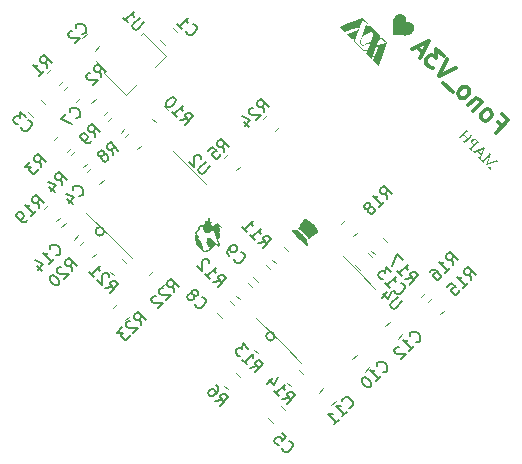
<source format=gbo>
G04 #@! TF.GenerationSoftware,KiCad,Pcbnew,(7.0.0)*
G04 #@! TF.CreationDate,2023-04-23T00:27:49-06:00*
G04 #@! TF.ProjectId,Fonocardiograma_V3A,466f6e6f-6361-4726-9469-6f6772616d61,rev?*
G04 #@! TF.SameCoordinates,Original*
G04 #@! TF.FileFunction,Legend,Bot*
G04 #@! TF.FilePolarity,Positive*
%FSLAX46Y46*%
G04 Gerber Fmt 4.6, Leading zero omitted, Abs format (unit mm)*
G04 Created by KiCad (PCBNEW (7.0.0)) date 2023-04-23 00:27:49*
%MOMM*%
%LPD*%
G01*
G04 APERTURE LIST*
%ADD10C,0.000000*%
%ADD11C,0.150000*%
%ADD12C,0.004233*%
%ADD13C,0.300000*%
%ADD14C,0.120000*%
G04 APERTURE END LIST*
D10*
G36*
X109301647Y-49787666D02*
G01*
X109377338Y-49758590D01*
X109604401Y-49983724D01*
X109831466Y-50208858D01*
X109786709Y-50323186D01*
X109769313Y-50368010D01*
X109755033Y-50405542D01*
X109745344Y-50431850D01*
X109742683Y-50439566D01*
X109741722Y-50443002D01*
X109741808Y-50443247D01*
X109742092Y-50443411D01*
X109742567Y-50443502D01*
X109743228Y-50443515D01*
X109745089Y-50443324D01*
X109747637Y-50442852D01*
X109750833Y-50442107D01*
X109754639Y-50441107D01*
X109759013Y-50439862D01*
X109763919Y-50438380D01*
X109775167Y-50434762D01*
X109788071Y-50430356D01*
X109802322Y-50425256D01*
X109817607Y-50419553D01*
X109833147Y-50413761D01*
X109847683Y-50408599D01*
X109861303Y-50404052D01*
X109874086Y-50400110D01*
X109886119Y-50396761D01*
X109897481Y-50393996D01*
X109908255Y-50391803D01*
X109918529Y-50390170D01*
X109928378Y-50389086D01*
X109937893Y-50388541D01*
X109947152Y-50388521D01*
X109956238Y-50389020D01*
X109965233Y-50390021D01*
X109974226Y-50391516D01*
X109983292Y-50393494D01*
X109992520Y-50395943D01*
X110023617Y-50404869D01*
X110831843Y-51213094D01*
X110840635Y-51240252D01*
X110842142Y-51245241D01*
X110843470Y-51250342D01*
X110844617Y-51255556D01*
X110845580Y-51260890D01*
X110846363Y-51266349D01*
X110846961Y-51271936D01*
X110847374Y-51277660D01*
X110847602Y-51283518D01*
X110847642Y-51289521D01*
X110847496Y-51295672D01*
X110846638Y-51308437D01*
X110845020Y-51321852D01*
X110842632Y-51335950D01*
X110839469Y-51350771D01*
X110835526Y-51366352D01*
X110830793Y-51382732D01*
X110825263Y-51399948D01*
X110818931Y-51418036D01*
X110811786Y-51437033D01*
X110803822Y-51456980D01*
X110795035Y-51477913D01*
X110794305Y-51479674D01*
X110793655Y-51481381D01*
X110793085Y-51483027D01*
X110792590Y-51484597D01*
X110792176Y-51486091D01*
X110791844Y-51487498D01*
X110791593Y-51488805D01*
X110791427Y-51490005D01*
X110791343Y-51491094D01*
X110791345Y-51492057D01*
X110791431Y-51492889D01*
X110791605Y-51493582D01*
X110791724Y-51493874D01*
X110791866Y-51494125D01*
X110792031Y-51494338D01*
X110792217Y-51494512D01*
X110792425Y-51494640D01*
X110792656Y-51494730D01*
X110792909Y-51494776D01*
X110793186Y-51494774D01*
X110794350Y-51494499D01*
X110796650Y-51493781D01*
X110804408Y-51491107D01*
X110830839Y-51481455D01*
X110868528Y-51467286D01*
X110913524Y-51450061D01*
X111028281Y-51405795D01*
X111253330Y-51632714D01*
X111478381Y-51859631D01*
X111278862Y-52378535D01*
X110912172Y-53332686D01*
X110737954Y-53785218D01*
X110730914Y-53802501D01*
X110281375Y-53352962D01*
X110297114Y-53310702D01*
X110527941Y-52708986D01*
X110679919Y-52312381D01*
X110743281Y-52144466D01*
X110743139Y-52144266D01*
X110742692Y-52144187D01*
X110740910Y-52144381D01*
X110737997Y-52145029D01*
X110734013Y-52146106D01*
X110723075Y-52149476D01*
X110708582Y-52154321D01*
X110691026Y-52160474D01*
X110670885Y-52167773D01*
X110648651Y-52176043D01*
X110624805Y-52185126D01*
X110506072Y-52230847D01*
X110329948Y-52688839D01*
X110142926Y-53175224D01*
X110132034Y-53203623D01*
X109680801Y-52752386D01*
X109725539Y-52638098D01*
X109742925Y-52593287D01*
X109757191Y-52555760D01*
X109766868Y-52529450D01*
X109769523Y-52521730D01*
X109770475Y-52518289D01*
X109770388Y-52518042D01*
X109770102Y-52517875D01*
X109769625Y-52517784D01*
X109768961Y-52517770D01*
X109767099Y-52517957D01*
X109764548Y-52518427D01*
X109761345Y-52519167D01*
X109757541Y-52520166D01*
X109753163Y-52521409D01*
X109748256Y-52522888D01*
X109737003Y-52526501D01*
X109724097Y-52530904D01*
X109709843Y-52536004D01*
X109694558Y-52541706D01*
X109679018Y-52547497D01*
X109664480Y-52552661D01*
X109650860Y-52557207D01*
X109638076Y-52561149D01*
X109626046Y-52564498D01*
X109614683Y-52567262D01*
X109603906Y-52569453D01*
X109593636Y-52571088D01*
X109583781Y-52572170D01*
X109574270Y-52572718D01*
X109565011Y-52572736D01*
X109555925Y-52572239D01*
X109546927Y-52571237D01*
X109537937Y-52569742D01*
X109528869Y-52567764D01*
X109519642Y-52565316D01*
X109488544Y-52556388D01*
X108680322Y-51748165D01*
X108671530Y-51721004D01*
X108670021Y-51716016D01*
X108668693Y-51710917D01*
X108667548Y-51705702D01*
X108666581Y-51700369D01*
X108665800Y-51694909D01*
X108665203Y-51689321D01*
X108664791Y-51683598D01*
X108664562Y-51677740D01*
X108664521Y-51671737D01*
X108664667Y-51665584D01*
X108664668Y-51665566D01*
X108738673Y-51665566D01*
X108738864Y-51670470D01*
X108739254Y-51675346D01*
X108739843Y-51680196D01*
X108740633Y-51685016D01*
X108741621Y-51689803D01*
X108742805Y-51694554D01*
X108744190Y-51699262D01*
X108744762Y-51700777D01*
X108745616Y-51702518D01*
X108748345Y-51706883D01*
X108752758Y-51712740D01*
X108759227Y-51720478D01*
X108768132Y-51730486D01*
X108779849Y-51743148D01*
X108794752Y-51758856D01*
X108813218Y-51777995D01*
X108862348Y-51828122D01*
X108930248Y-51896625D01*
X109019928Y-51986610D01*
X109134404Y-52101174D01*
X109341110Y-52307547D01*
X109459657Y-52424504D01*
X109516460Y-52477680D01*
X109529969Y-52488360D01*
X109537950Y-52492709D01*
X109537951Y-52492711D01*
X109540899Y-52493712D01*
X109543843Y-52494611D01*
X109546796Y-52495401D01*
X109549777Y-52496083D01*
X109552796Y-52496651D01*
X109555873Y-52497102D01*
X109559022Y-52497432D01*
X109562258Y-52497641D01*
X109565597Y-52497720D01*
X109569050Y-52497672D01*
X109572641Y-52497488D01*
X109576376Y-52497169D01*
X109580276Y-52496711D01*
X109584354Y-52496109D01*
X109588631Y-52495363D01*
X109593113Y-52494464D01*
X109597823Y-52493413D01*
X109602771Y-52492210D01*
X109613451Y-52489318D01*
X109625278Y-52485766D01*
X109638369Y-52481522D01*
X109652855Y-52476568D01*
X109668851Y-52470871D01*
X109686485Y-52464408D01*
X109705878Y-52457153D01*
X109810129Y-52417838D01*
X109898664Y-52186400D01*
X109917872Y-52136371D01*
X110542785Y-52136371D01*
X110558806Y-52129944D01*
X110953399Y-51978234D01*
X111338668Y-51830222D01*
X111339056Y-51829924D01*
X111339209Y-51829423D01*
X111339114Y-51828709D01*
X111338761Y-51827772D01*
X111338138Y-51826596D01*
X111337232Y-51825170D01*
X111334530Y-51821524D01*
X111330561Y-51816734D01*
X111325230Y-51810702D01*
X111318448Y-51803332D01*
X111310118Y-51794526D01*
X111300147Y-51784187D01*
X111288442Y-51772215D01*
X111259462Y-51742990D01*
X111222432Y-51706069D01*
X111176604Y-51660675D01*
X111007834Y-51493854D01*
X110883549Y-51541692D01*
X110834849Y-51560678D01*
X110794126Y-51577011D01*
X110765639Y-51588949D01*
X110757319Y-51592727D01*
X110753654Y-51594754D01*
X110746450Y-51610807D01*
X110729711Y-51651968D01*
X110676693Y-51786391D01*
X110612747Y-51951541D01*
X110556011Y-52100955D01*
X110542785Y-52136371D01*
X109917872Y-52136371D01*
X109965781Y-52011589D01*
X110002821Y-51916296D01*
X110005848Y-51908533D01*
X110008458Y-51901301D01*
X110010607Y-51894752D01*
X110012258Y-51889051D01*
X110012882Y-51886567D01*
X110013366Y-51884352D01*
X110013702Y-51882426D01*
X110013887Y-51880812D01*
X110013918Y-51879528D01*
X110013784Y-51878591D01*
X110013655Y-51878260D01*
X110013487Y-51878024D01*
X110013271Y-51877884D01*
X110013013Y-51877845D01*
X110007019Y-51879782D01*
X109991947Y-51885249D01*
X109938608Y-51905250D01*
X109861051Y-51934797D01*
X109767342Y-51970838D01*
X109587795Y-52039403D01*
X109525490Y-52062629D01*
X109493476Y-52073970D01*
X109484497Y-52076530D01*
X109475397Y-52078717D01*
X109466191Y-52080539D01*
X109456893Y-52081994D01*
X109447517Y-52083094D01*
X109438080Y-52083839D01*
X109428593Y-52084234D01*
X109419070Y-52084281D01*
X109409529Y-52083989D01*
X109399981Y-52083357D01*
X109390443Y-52082395D01*
X109380925Y-52081100D01*
X109371444Y-52079483D01*
X109362016Y-52077544D01*
X109352651Y-52075289D01*
X109343366Y-52072721D01*
X109334175Y-52069844D01*
X109325093Y-52066666D01*
X109316132Y-52063184D01*
X109307308Y-52059409D01*
X109298635Y-52055343D01*
X109290127Y-52050991D01*
X109281799Y-52046352D01*
X109273664Y-52041437D01*
X109265737Y-52036248D01*
X109258032Y-52030786D01*
X109250564Y-52025060D01*
X109243345Y-52019071D01*
X109236394Y-52012826D01*
X109229718Y-52006325D01*
X109223338Y-51999576D01*
X109217267Y-51992583D01*
X109206583Y-51978855D01*
X109196811Y-51964504D01*
X109187964Y-51949602D01*
X109180057Y-51934218D01*
X109173104Y-51918425D01*
X109167119Y-51902291D01*
X109162119Y-51885887D01*
X109158119Y-51869288D01*
X109155130Y-51852556D01*
X109153171Y-51835767D01*
X109152254Y-51818991D01*
X109152304Y-51813182D01*
X109229080Y-51813182D01*
X109229174Y-51822001D01*
X109229531Y-51830819D01*
X109230144Y-51839542D01*
X109231008Y-51848072D01*
X109232126Y-51856309D01*
X109233493Y-51864162D01*
X109235104Y-51871528D01*
X109236962Y-51878316D01*
X109239060Y-51884424D01*
X109242794Y-51893441D01*
X109246918Y-51902189D01*
X109251425Y-51910666D01*
X109256310Y-51918865D01*
X109261570Y-51926779D01*
X109267194Y-51934402D01*
X109273184Y-51941731D01*
X109279528Y-51948757D01*
X109286223Y-51955476D01*
X109293266Y-51961880D01*
X109300644Y-51967966D01*
X109308360Y-51973726D01*
X109316402Y-51979154D01*
X109324770Y-51984246D01*
X109333452Y-51988994D01*
X109342447Y-51993392D01*
X109349196Y-51996207D01*
X109356551Y-51998721D01*
X109364426Y-52000925D01*
X109372743Y-52002824D01*
X109381422Y-52004407D01*
X109390385Y-52005671D01*
X109399547Y-52006615D01*
X109408830Y-52007234D01*
X109418152Y-52007523D01*
X109427435Y-52007481D01*
X109436596Y-52007100D01*
X109445554Y-52006375D01*
X109454230Y-52005308D01*
X109462544Y-52003892D01*
X109470417Y-52002122D01*
X109477764Y-51999995D01*
X109584449Y-51960208D01*
X109779633Y-51885384D01*
X109967895Y-51812327D01*
X110053813Y-51777842D01*
X110088220Y-51691858D01*
X110161226Y-51503354D01*
X110236000Y-51308000D01*
X110275703Y-51201474D01*
X110277360Y-51195762D01*
X110278810Y-51189430D01*
X110280053Y-51182569D01*
X110281088Y-51175270D01*
X110281913Y-51167623D01*
X110282527Y-51159716D01*
X110282932Y-51151643D01*
X110283125Y-51143492D01*
X110283106Y-51135354D01*
X110282871Y-51127317D01*
X110282665Y-51123766D01*
X110282421Y-51119474D01*
X110281757Y-51111915D01*
X110280873Y-51104730D01*
X110279774Y-51098009D01*
X110278457Y-51091839D01*
X110276917Y-51086318D01*
X110273741Y-51077355D01*
X110269937Y-51068416D01*
X110265547Y-51059535D01*
X110260608Y-51050758D01*
X110255156Y-51042125D01*
X110249232Y-51033681D01*
X110242869Y-51025464D01*
X110236111Y-51017522D01*
X110228986Y-51009892D01*
X110221541Y-51002618D01*
X110213807Y-50995743D01*
X110205827Y-50989309D01*
X110197635Y-50983355D01*
X110189268Y-50977928D01*
X110180765Y-50973067D01*
X110172165Y-50968813D01*
X110165000Y-50965837D01*
X110157303Y-50963174D01*
X110149151Y-50960827D01*
X110140616Y-50958805D01*
X110131770Y-50957105D01*
X110122688Y-50955740D01*
X110113440Y-50954705D01*
X110104104Y-50954012D01*
X110094747Y-50953658D01*
X110085445Y-50953652D01*
X110076274Y-50953995D01*
X110067304Y-50954696D01*
X110058606Y-50955751D01*
X110050258Y-50957171D01*
X110042329Y-50958962D01*
X110034896Y-50961118D01*
X109928564Y-51000795D01*
X109733192Y-51075650D01*
X109544588Y-51148763D01*
X109458550Y-51183218D01*
X109424248Y-51269031D01*
X109351016Y-51457587D01*
X109275876Y-51653054D01*
X109235859Y-51759595D01*
X109234075Y-51765700D01*
X109232565Y-51772482D01*
X109231330Y-51779846D01*
X109230367Y-51787696D01*
X109229673Y-51795934D01*
X109229243Y-51804460D01*
X109229080Y-51813182D01*
X109152304Y-51813182D01*
X109152397Y-51802299D01*
X109153612Y-51785760D01*
X109155914Y-51769446D01*
X109159319Y-51753424D01*
X109163840Y-51737769D01*
X109182387Y-51688153D01*
X109247173Y-51518710D01*
X109398882Y-51123553D01*
X109615861Y-50558376D01*
X109703904Y-50327632D01*
X109730717Y-50256169D01*
X109740602Y-50228414D01*
X109739755Y-50226997D01*
X109737238Y-50223946D01*
X109727547Y-50213302D01*
X109712205Y-50197175D01*
X109691893Y-50176259D01*
X109639093Y-50122856D01*
X109574595Y-50058662D01*
X109408444Y-49894462D01*
X109261840Y-50275451D01*
X108745883Y-51620776D01*
X108744290Y-51625780D01*
X108742890Y-51630783D01*
X108741692Y-51635781D01*
X108740694Y-51640775D01*
X108739892Y-51645761D01*
X108739290Y-51650738D01*
X108738885Y-51655698D01*
X108738679Y-51660642D01*
X108738673Y-51665566D01*
X108664668Y-51665566D01*
X108665525Y-51652820D01*
X108667148Y-51639406D01*
X108669532Y-51625308D01*
X108672695Y-51610488D01*
X108676638Y-51594905D01*
X108681372Y-51578526D01*
X108686901Y-51561310D01*
X108693234Y-51543222D01*
X108700379Y-51524223D01*
X108708342Y-51504277D01*
X108717131Y-51483344D01*
X108717858Y-51481581D01*
X108718507Y-51479876D01*
X108719079Y-51478232D01*
X108719570Y-51476655D01*
X108719982Y-51475162D01*
X108720312Y-51473755D01*
X108720564Y-51472445D01*
X108720726Y-51471241D01*
X108720809Y-51470152D01*
X108720804Y-51469186D01*
X108720716Y-51468350D01*
X108720537Y-51467654D01*
X108720417Y-51467363D01*
X108720273Y-51467109D01*
X108720109Y-51466894D01*
X108719920Y-51466719D01*
X108719710Y-51466587D01*
X108719478Y-51466497D01*
X108719222Y-51466450D01*
X108718944Y-51466448D01*
X108717778Y-51466722D01*
X108715476Y-51467435D01*
X108707715Y-51470102D01*
X108681288Y-51479743D01*
X108643614Y-51493908D01*
X108598642Y-51511126D01*
X108483955Y-51555390D01*
X108033260Y-51104847D01*
X108056068Y-51095848D01*
X108542177Y-50908829D01*
X109005479Y-50730807D01*
X109051787Y-50611992D01*
X109069337Y-50565874D01*
X109082878Y-50528139D01*
X109087729Y-50513628D01*
X109091077Y-50502676D01*
X109092755Y-50495766D01*
X109092916Y-50493977D01*
X109092815Y-50493527D01*
X109092593Y-50493381D01*
X109044625Y-50511108D01*
X108918083Y-50559218D01*
X108506236Y-50717213D01*
X107904276Y-50947798D01*
X107883173Y-50954757D01*
X107434211Y-50505795D01*
X107451457Y-50498722D01*
X107976975Y-50296462D01*
X108931292Y-49929935D01*
X109301647Y-49787666D01*
G37*
G36*
X95503329Y-67411162D02*
G01*
X95636774Y-67277719D01*
X95757360Y-67277720D01*
X95877942Y-67277719D01*
X95975181Y-67200879D01*
X96072418Y-67124038D01*
X96059707Y-67041167D01*
X96046995Y-66958297D01*
X96117160Y-67028460D01*
X96126966Y-66986935D01*
X96136767Y-66945406D01*
X96179364Y-66966703D01*
X96221963Y-66987999D01*
X96264549Y-66854206D01*
X96307135Y-66720406D01*
X96370459Y-66692205D01*
X96433787Y-66664002D01*
X96436656Y-66847816D01*
X96439526Y-67031631D01*
X96515081Y-67038652D01*
X96590636Y-67045677D01*
X96563702Y-67134622D01*
X96561152Y-67143875D01*
X96559045Y-67153239D01*
X96557377Y-67162656D01*
X96556148Y-67172061D01*
X96555347Y-67181383D01*
X96554976Y-67190564D01*
X96555020Y-67199537D01*
X96555480Y-67208238D01*
X96556355Y-67216604D01*
X96557633Y-67224570D01*
X96559309Y-67232065D01*
X96561386Y-67239035D01*
X96563848Y-67245413D01*
X96566696Y-67251129D01*
X96568264Y-67253718D01*
X96569927Y-67256120D01*
X96571684Y-67258327D01*
X96573531Y-67260324D01*
X96575408Y-67262352D01*
X96577247Y-67264628D01*
X96580807Y-67269893D01*
X96584191Y-67276056D01*
X96587385Y-67283036D01*
X96590367Y-67290764D01*
X96593133Y-67299166D01*
X96595656Y-67308166D01*
X96597927Y-67317694D01*
X96599923Y-67327673D01*
X96601634Y-67338034D01*
X96603041Y-67348694D01*
X96604126Y-67359591D01*
X96604879Y-67370643D01*
X96605276Y-67381779D01*
X96605308Y-67392925D01*
X96604957Y-67404004D01*
X96604543Y-67415026D01*
X96604403Y-67426000D01*
X96604517Y-67436849D01*
X96604884Y-67447519D01*
X96605486Y-67457929D01*
X96606316Y-67468018D01*
X96607368Y-67477710D01*
X96608624Y-67486952D01*
X96610077Y-67495664D01*
X96611719Y-67503780D01*
X96613539Y-67511242D01*
X96615526Y-67517967D01*
X96617664Y-67523901D01*
X96619955Y-67528966D01*
X96622380Y-67533097D01*
X96623637Y-67534795D01*
X96624930Y-67536229D01*
X96650235Y-67561534D01*
X96668918Y-67455479D01*
X96687606Y-67349421D01*
X96859069Y-67177957D01*
X96961475Y-67159915D01*
X97063882Y-67141874D01*
X97183790Y-67204203D01*
X97196537Y-67211129D01*
X97209971Y-67218994D01*
X97238455Y-67237172D01*
X97268319Y-67258035D01*
X97298657Y-67280865D01*
X97328551Y-67304957D01*
X97357091Y-67329596D01*
X97383359Y-67354066D01*
X97395362Y-67366017D01*
X97406449Y-67377659D01*
X97509202Y-67488792D01*
X97394464Y-67473836D01*
X97370891Y-67470334D01*
X97347889Y-67466110D01*
X97326040Y-67461320D01*
X97305910Y-67456125D01*
X97296672Y-67453427D01*
X97288079Y-67450688D01*
X97280206Y-67447926D01*
X97273120Y-67445169D01*
X97266901Y-67442433D01*
X97261617Y-67439733D01*
X97257333Y-67437097D01*
X97254132Y-67434538D01*
X97252704Y-67433306D01*
X97251075Y-67432122D01*
X97249249Y-67430981D01*
X97247228Y-67429887D01*
X97242640Y-67427853D01*
X97237377Y-67426021D01*
X97231493Y-67424389D01*
X97225039Y-67422978D01*
X97218083Y-67421787D01*
X97210678Y-67420820D01*
X97202881Y-67420087D01*
X97194745Y-67419592D01*
X97186338Y-67419346D01*
X97177711Y-67419351D01*
X97168919Y-67419614D01*
X97160022Y-67420144D01*
X97151079Y-67420943D01*
X97142146Y-67422023D01*
X97133175Y-67423389D01*
X97124119Y-67425035D01*
X97115041Y-67426939D01*
X97106001Y-67429075D01*
X97097061Y-67431428D01*
X97088279Y-67433967D01*
X97079723Y-67436682D01*
X97071445Y-67439540D01*
X97063517Y-67442520D01*
X97055990Y-67445604D01*
X97048933Y-67448772D01*
X97042404Y-67451995D01*
X97036462Y-67455259D01*
X97031173Y-67458530D01*
X97026591Y-67461801D01*
X97022782Y-67465035D01*
X97021132Y-67466719D01*
X97019576Y-67468540D01*
X97018107Y-67470497D01*
X97016733Y-67472586D01*
X97015458Y-67474798D01*
X97014273Y-67477122D01*
X97013188Y-67479562D01*
X97012194Y-67482111D01*
X97011298Y-67484753D01*
X97010497Y-67487489D01*
X97009184Y-67493221D01*
X97008263Y-67499250D01*
X97007727Y-67505534D01*
X97007585Y-67512022D01*
X97007842Y-67518663D01*
X97008496Y-67525417D01*
X97009551Y-67532229D01*
X97011006Y-67539050D01*
X97012869Y-67545836D01*
X97015140Y-67552536D01*
X97017822Y-67559104D01*
X97045826Y-67621988D01*
X97104691Y-67535301D01*
X97163553Y-67448613D01*
X97219622Y-67473585D01*
X97275690Y-67498554D01*
X97307203Y-67602640D01*
X97338719Y-67706725D01*
X97300067Y-67785378D01*
X97295929Y-67793522D01*
X97291509Y-67801713D01*
X97281998Y-67818000D01*
X97271847Y-67833802D01*
X97261374Y-67848691D01*
X97256115Y-67855656D01*
X97250897Y-67862234D01*
X97245756Y-67868365D01*
X97240735Y-67874001D01*
X97235871Y-67879082D01*
X97231201Y-67883557D01*
X97226773Y-67887376D01*
X97222622Y-67890482D01*
X97183826Y-67916938D01*
X97247965Y-67954483D01*
X97312103Y-67992032D01*
X97317680Y-68138677D01*
X97323251Y-68285318D01*
X97122133Y-68486438D01*
X97200339Y-68674832D01*
X97232139Y-68753192D01*
X97260913Y-68827282D01*
X97283492Y-68888743D01*
X97291476Y-68912132D01*
X97296728Y-68929234D01*
X97314910Y-68995240D01*
X97249446Y-69078464D01*
X97183982Y-69161691D01*
X97062817Y-69040591D01*
X96941651Y-68919490D01*
X96659515Y-69202144D01*
X96377386Y-69484797D01*
X96173224Y-69532311D01*
X95969063Y-69579826D01*
X95837731Y-69446335D01*
X95807305Y-69416119D01*
X95771099Y-69381354D01*
X95686762Y-69303106D01*
X95595531Y-69221436D01*
X95550713Y-69182396D01*
X95508223Y-69146196D01*
X95310044Y-68979552D01*
X95234873Y-68746026D01*
X95159697Y-68512506D01*
X95206538Y-68278714D01*
X95253382Y-68044923D01*
X95208045Y-67968512D01*
X95180579Y-67922219D01*
X95300971Y-67922219D01*
X95337439Y-67969938D01*
X95358449Y-67997978D01*
X95388686Y-68039047D01*
X95460688Y-68138190D01*
X95547470Y-68258720D01*
X95509821Y-68331378D01*
X95472174Y-68404038D01*
X95520515Y-68452372D01*
X95526084Y-68458391D01*
X95532755Y-68466381D01*
X95549066Y-68487754D01*
X95568742Y-68515438D01*
X95591073Y-68548364D01*
X95615349Y-68585472D01*
X95640871Y-68625697D01*
X95666936Y-68667982D01*
X95692823Y-68711263D01*
X95816793Y-68921814D01*
X95833497Y-69101552D01*
X95850202Y-69281290D01*
X95933130Y-69366742D01*
X96016060Y-69452193D01*
X96194991Y-69403352D01*
X96194991Y-69403353D01*
X96373919Y-69354511D01*
X96380704Y-69281516D01*
X96387489Y-69208521D01*
X96455791Y-69177890D01*
X96524093Y-69147256D01*
X96453674Y-69146997D01*
X96446240Y-69146712D01*
X96438510Y-69145926D01*
X96430540Y-69144662D01*
X96422392Y-69142953D01*
X96414130Y-69140819D01*
X96405813Y-69138292D01*
X96397507Y-69135388D01*
X96389270Y-69132141D01*
X96381165Y-69128570D01*
X96373256Y-69124709D01*
X96365598Y-69120579D01*
X96358261Y-69116202D01*
X96351298Y-69111611D01*
X96344781Y-69106829D01*
X96338763Y-69101879D01*
X96333311Y-69096789D01*
X96327872Y-69090884D01*
X96321897Y-69083533D01*
X96315445Y-69074847D01*
X96308576Y-69064932D01*
X96301353Y-69053896D01*
X96293837Y-69041841D01*
X96278156Y-69015116D01*
X96262017Y-68985601D01*
X96245904Y-68954154D01*
X96230301Y-68921633D01*
X96215683Y-68888879D01*
X96148004Y-68730917D01*
X96245467Y-68633457D01*
X96240004Y-68523943D01*
X96234545Y-68414428D01*
X96328545Y-68337183D01*
X96422546Y-68259934D01*
X96785864Y-68640296D01*
X97149181Y-69020654D01*
X97174934Y-68994898D01*
X97176148Y-68993341D01*
X97177128Y-68991324D01*
X97177882Y-68988867D01*
X97178410Y-68985985D01*
X97178722Y-68982682D01*
X97178815Y-68978981D01*
X97178698Y-68974894D01*
X97178372Y-68970430D01*
X97177103Y-68960431D01*
X97175047Y-68949095D01*
X97172231Y-68936530D01*
X97168682Y-68922841D01*
X97164427Y-68908137D01*
X97159503Y-68892522D01*
X97153935Y-68876108D01*
X97147753Y-68858997D01*
X97140987Y-68841300D01*
X97133664Y-68823124D01*
X97125818Y-68804575D01*
X97117470Y-68785762D01*
X97100289Y-68746297D01*
X97083351Y-68704409D01*
X97067101Y-68661371D01*
X97051970Y-68618465D01*
X97038394Y-68576972D01*
X97026808Y-68538167D01*
X97017649Y-68503337D01*
X97011349Y-68473756D01*
X97005068Y-68443526D01*
X96995952Y-68406840D01*
X96984439Y-68365109D01*
X96970963Y-68319735D01*
X96955947Y-68272138D01*
X96939837Y-68223718D01*
X96923054Y-68175888D01*
X96906031Y-68130062D01*
X96887689Y-68084325D01*
X96867130Y-68036760D01*
X96845044Y-67988758D01*
X96822135Y-67941708D01*
X96799092Y-67897006D01*
X96776617Y-67856037D01*
X96755406Y-67820197D01*
X96736156Y-67790871D01*
X96648699Y-67666752D01*
X96557974Y-67789251D01*
X96467245Y-67911752D01*
X96320235Y-67945646D01*
X96173224Y-67979536D01*
X96084136Y-67926196D01*
X95995049Y-67872857D01*
X95914893Y-67755682D01*
X95834736Y-67638502D01*
X95853550Y-67557103D01*
X95872365Y-67475705D01*
X95793395Y-67422077D01*
X95714419Y-67368453D01*
X95587517Y-67495353D01*
X95595048Y-67576396D01*
X95602584Y-67657437D01*
X95451775Y-67789828D01*
X95300971Y-67922219D01*
X95180579Y-67922219D01*
X95162709Y-67892100D01*
X95493442Y-67599136D01*
X95466004Y-67537530D01*
X95438569Y-67475925D01*
X95503329Y-67411162D01*
G37*
G36*
X112568206Y-49409051D02*
G01*
X112588429Y-49409802D01*
X112608516Y-49411373D01*
X112628456Y-49413758D01*
X112648228Y-49416948D01*
X112667833Y-49420945D01*
X112687244Y-49425747D01*
X112706471Y-49431346D01*
X112725480Y-49437734D01*
X112744268Y-49444909D01*
X112762827Y-49452870D01*
X112781138Y-49461612D01*
X112799191Y-49471129D01*
X112816975Y-49481413D01*
X112834483Y-49492465D01*
X112851691Y-49504281D01*
X112868598Y-49516855D01*
X112897102Y-49540507D01*
X112923581Y-49565785D01*
X112948003Y-49592604D01*
X112970345Y-49620887D01*
X112990575Y-49650556D01*
X113008658Y-49681528D01*
X113024570Y-49713726D01*
X113038282Y-49747063D01*
X113049759Y-49781464D01*
X113058976Y-49816848D01*
X113065894Y-49853137D01*
X113070494Y-49890245D01*
X113072744Y-49928096D01*
X113072609Y-49966608D01*
X113070065Y-50005706D01*
X113065077Y-50045302D01*
X113063184Y-50056822D01*
X113061069Y-50068687D01*
X113058987Y-50079499D01*
X113058045Y-50084077D01*
X113057207Y-50087864D01*
X113056479Y-50091127D01*
X113055858Y-50094196D01*
X113055350Y-50097005D01*
X113054967Y-50099482D01*
X113054717Y-50101559D01*
X113054645Y-50102426D01*
X113054606Y-50103168D01*
X113054611Y-50103772D01*
X113054655Y-50104234D01*
X113054735Y-50104546D01*
X113054792Y-50104638D01*
X113054860Y-50104694D01*
X113054970Y-50104723D01*
X113055155Y-50104730D01*
X113055744Y-50104705D01*
X113056610Y-50104622D01*
X113057732Y-50104481D01*
X113060695Y-50104050D01*
X113064510Y-50103426D01*
X113069058Y-50102632D01*
X113074186Y-50101693D01*
X113079797Y-50100629D01*
X113085746Y-50099461D01*
X113113125Y-50094575D01*
X113140436Y-50090860D01*
X113167633Y-50088310D01*
X113194672Y-50086918D01*
X113221516Y-50086678D01*
X113248114Y-50087581D01*
X113274432Y-50089624D01*
X113300422Y-50092800D01*
X113326045Y-50097097D01*
X113351251Y-50102521D01*
X113376005Y-50109054D01*
X113400264Y-50116700D01*
X113423979Y-50125443D01*
X113447114Y-50135283D01*
X113469621Y-50146215D01*
X113491464Y-50158228D01*
X113515640Y-50173247D01*
X113538890Y-50189495D01*
X113561163Y-50206913D01*
X113582423Y-50225438D01*
X113602630Y-50245018D01*
X113621735Y-50265583D01*
X113639694Y-50287079D01*
X113656475Y-50309449D01*
X113672023Y-50332629D01*
X113686311Y-50356561D01*
X113699281Y-50381186D01*
X113710895Y-50406442D01*
X113721124Y-50432269D01*
X113729908Y-50458617D01*
X113737213Y-50485409D01*
X113742994Y-50512599D01*
X113744348Y-50520560D01*
X113745573Y-50528919D01*
X113746668Y-50537618D01*
X113747634Y-50546602D01*
X113749162Y-50565197D01*
X113750144Y-50584255D01*
X113750554Y-50603320D01*
X113750384Y-50621938D01*
X113750073Y-50630933D01*
X113749614Y-50639650D01*
X113748999Y-50648031D01*
X113748224Y-50656015D01*
X113746609Y-50668890D01*
X113744580Y-50681896D01*
X113742143Y-50694996D01*
X113739305Y-50708163D01*
X113736089Y-50721369D01*
X113732498Y-50734574D01*
X113728537Y-50747746D01*
X113724230Y-50760862D01*
X113719580Y-50773881D01*
X113714602Y-50786777D01*
X113709306Y-50799514D01*
X113703697Y-50812064D01*
X113697792Y-50824392D01*
X113691597Y-50836472D01*
X113685128Y-50848264D01*
X113678396Y-50859744D01*
X113672440Y-50869320D01*
X113666224Y-50878833D01*
X113659739Y-50888299D01*
X113652975Y-50897722D01*
X113645927Y-50907119D01*
X113638583Y-50916490D01*
X113622979Y-50935215D01*
X113606098Y-50953977D01*
X113587860Y-50972852D01*
X113568204Y-50991929D01*
X113547059Y-51011284D01*
X113516722Y-51037521D01*
X113486793Y-51061794D01*
X113457122Y-51084165D01*
X113427560Y-51104695D01*
X113397970Y-51123438D01*
X113368207Y-51140459D01*
X113338120Y-51155825D01*
X113307575Y-51169589D01*
X113276418Y-51181813D01*
X113244507Y-51192561D01*
X113211704Y-51201889D01*
X113177857Y-51209861D01*
X113142823Y-51216543D01*
X113106464Y-51221982D01*
X113068631Y-51226252D01*
X113029177Y-51229406D01*
X113022182Y-51229773D01*
X113013126Y-51230121D01*
X112990326Y-51230712D01*
X112963821Y-51231109D01*
X112936643Y-51231263D01*
X112903088Y-51231109D01*
X112870241Y-51230571D01*
X112836221Y-51229556D01*
X112799165Y-51227971D01*
X112757195Y-51225729D01*
X112708442Y-51222736D01*
X112583085Y-51214140D01*
X112402537Y-51201675D01*
X112260229Y-51192866D01*
X112140964Y-51186853D01*
X112029581Y-51182775D01*
X112010431Y-51182104D01*
X111994578Y-51181379D01*
X111983660Y-51180686D01*
X111980570Y-51180376D01*
X111979704Y-51180236D01*
X111979330Y-51180110D01*
X111979268Y-51179988D01*
X111979202Y-51179738D01*
X111979061Y-51178871D01*
X111978756Y-51175783D01*
X111978418Y-51171044D01*
X111978058Y-51164865D01*
X111977693Y-51157456D01*
X111977334Y-51149015D01*
X111976984Y-51139746D01*
X111976660Y-51129873D01*
X111976661Y-51129873D01*
X111972764Y-51022630D01*
X111967272Y-50910858D01*
X111959595Y-50783982D01*
X111949159Y-50631429D01*
X111939400Y-50491530D01*
X111933362Y-50396046D01*
X111929979Y-50326302D01*
X111928191Y-50263631D01*
X111927789Y-50209789D01*
X111928925Y-50158744D01*
X111931664Y-50110286D01*
X111936081Y-50064166D01*
X111942266Y-50020183D01*
X111950281Y-49978099D01*
X111960214Y-49937691D01*
X111972126Y-49898736D01*
X111986112Y-49861005D01*
X112002229Y-49824279D01*
X112020563Y-49788325D01*
X112041190Y-49752930D01*
X112064185Y-49717859D01*
X112089622Y-49682887D01*
X112117580Y-49647799D01*
X112148128Y-49612357D01*
X112163642Y-49595350D01*
X112178970Y-49579279D01*
X112194161Y-49564110D01*
X112209255Y-49549815D01*
X112224305Y-49536356D01*
X112239352Y-49523715D01*
X112254431Y-49511848D01*
X112269594Y-49500730D01*
X112284885Y-49490327D01*
X112300349Y-49480609D01*
X112316027Y-49471548D01*
X112331967Y-49463106D01*
X112348208Y-49455261D01*
X112364795Y-49447968D01*
X112381778Y-49441213D01*
X112399195Y-49434951D01*
X112409580Y-49431522D01*
X112419900Y-49428349D01*
X112430174Y-49425431D01*
X112440423Y-49422756D01*
X112450657Y-49420330D01*
X112460907Y-49418148D01*
X112471187Y-49416205D01*
X112481513Y-49414500D01*
X112491910Y-49413031D01*
X112502390Y-49411791D01*
X112512982Y-49410780D01*
X112523699Y-49409995D01*
X112534559Y-49409432D01*
X112545587Y-49409090D01*
X112556793Y-49408961D01*
X112568206Y-49409051D01*
G37*
D11*
X87481210Y-67818000D02*
G75*
G03*
X87481210Y-67818000I-359210J0D01*
G01*
D12*
G36*
X103407596Y-67693716D02*
G01*
X103415760Y-67694100D01*
X103424921Y-67694686D01*
X103434823Y-67695473D01*
X103445195Y-67696429D01*
X103455789Y-67697551D01*
X103486163Y-67700701D01*
X103520220Y-67703741D01*
X103593116Y-67709108D01*
X103662027Y-67712853D01*
X103691093Y-67713867D01*
X103714495Y-67714177D01*
X103729343Y-67714177D01*
X103735543Y-67714255D01*
X103741060Y-67714415D01*
X103745983Y-67714677D01*
X103750403Y-67715053D01*
X103754425Y-67715574D01*
X103758137Y-67716258D01*
X103761639Y-67717117D01*
X103765023Y-67718182D01*
X103768387Y-67719472D01*
X103771821Y-67721003D01*
X103775426Y-67722790D01*
X103779293Y-67724871D01*
X103788202Y-67729957D01*
X103813411Y-67745170D01*
X103840160Y-67762343D01*
X103868262Y-67781320D01*
X103897536Y-67801951D01*
X103927785Y-67824091D01*
X103958828Y-67847575D01*
X104022554Y-67898001D01*
X104087208Y-67952002D01*
X104151315Y-68008385D01*
X104213367Y-68065914D01*
X104243156Y-68094733D01*
X104271878Y-68123385D01*
X104317477Y-68170924D01*
X104363641Y-68221481D01*
X104409282Y-68273720D01*
X104453295Y-68326301D01*
X104494596Y-68377885D01*
X104532078Y-68427140D01*
X104564656Y-68472723D01*
X104591218Y-68513295D01*
X104613462Y-68549369D01*
X104615778Y-68612129D01*
X104616999Y-68640724D01*
X104618554Y-68669002D01*
X104620462Y-68697258D01*
X104622755Y-68725810D01*
X104625457Y-68754957D01*
X104628604Y-68785004D01*
X104632211Y-68816255D01*
X104636308Y-68849020D01*
X104639696Y-68876232D01*
X104640914Y-68887340D01*
X104641776Y-68896899D01*
X104642257Y-68905019D01*
X104642334Y-68911785D01*
X104641973Y-68917295D01*
X104641160Y-68921641D01*
X104640564Y-68923410D01*
X104639851Y-68924921D01*
X104639010Y-68926192D01*
X104638034Y-68927232D01*
X104636922Y-68928052D01*
X104635674Y-68928665D01*
X104634286Y-68929081D01*
X104632751Y-68929314D01*
X104629242Y-68929275D01*
X104625103Y-68928648D01*
X104620327Y-68927524D01*
X104614876Y-68925997D01*
X104609566Y-68924184D01*
X104603621Y-68921676D01*
X104589809Y-68914537D01*
X104573397Y-68904557D01*
X104554343Y-68891694D01*
X104532620Y-68875921D01*
X104508183Y-68857196D01*
X104480981Y-68835497D01*
X104450994Y-68810790D01*
X104418174Y-68783040D01*
X104382475Y-68752219D01*
X104343874Y-68718282D01*
X104302323Y-68681206D01*
X104210214Y-68597508D01*
X104105835Y-68500853D01*
X104018044Y-68418087D01*
X103979123Y-68380558D01*
X103941151Y-68343239D01*
X103902345Y-68304370D01*
X103860931Y-68262184D01*
X103763152Y-68160800D01*
X103666271Y-68059037D01*
X103585989Y-67973340D01*
X103521043Y-67902237D01*
X103470178Y-67844250D01*
X103432125Y-67797904D01*
X103405634Y-67761712D01*
X103396330Y-67746966D01*
X103389444Y-67734204D01*
X103384813Y-67723241D01*
X103382289Y-67713896D01*
X103381338Y-67708268D01*
X103381010Y-67705954D01*
X103380801Y-67703941D01*
X103380724Y-67702195D01*
X103380731Y-67701423D01*
X103380781Y-67700707D01*
X103380867Y-67700048D01*
X103380993Y-67699443D01*
X103381160Y-67698885D01*
X103381369Y-67698373D01*
X103381622Y-67697910D01*
X103381921Y-67697482D01*
X103382269Y-67697094D01*
X103382666Y-67696739D01*
X103383109Y-67696411D01*
X103383611Y-67696119D01*
X103384161Y-67695845D01*
X103384763Y-67695589D01*
X103386142Y-67695141D01*
X103387758Y-67694734D01*
X103389623Y-67694348D01*
X103391747Y-67693961D01*
X103393299Y-67693764D01*
X103395331Y-67693635D01*
X103400702Y-67693557D01*
X103407596Y-67693716D01*
G37*
X103407596Y-67693716D02*
X103415760Y-67694100D01*
X103424921Y-67694686D01*
X103434823Y-67695473D01*
X103445195Y-67696429D01*
X103455789Y-67697551D01*
X103486163Y-67700701D01*
X103520220Y-67703741D01*
X103593116Y-67709108D01*
X103662027Y-67712853D01*
X103691093Y-67713867D01*
X103714495Y-67714177D01*
X103729343Y-67714177D01*
X103735543Y-67714255D01*
X103741060Y-67714415D01*
X103745983Y-67714677D01*
X103750403Y-67715053D01*
X103754425Y-67715574D01*
X103758137Y-67716258D01*
X103761639Y-67717117D01*
X103765023Y-67718182D01*
X103768387Y-67719472D01*
X103771821Y-67721003D01*
X103775426Y-67722790D01*
X103779293Y-67724871D01*
X103788202Y-67729957D01*
X103813411Y-67745170D01*
X103840160Y-67762343D01*
X103868262Y-67781320D01*
X103897536Y-67801951D01*
X103927785Y-67824091D01*
X103958828Y-67847575D01*
X104022554Y-67898001D01*
X104087208Y-67952002D01*
X104151315Y-68008385D01*
X104213367Y-68065914D01*
X104243156Y-68094733D01*
X104271878Y-68123385D01*
X104317477Y-68170924D01*
X104363641Y-68221481D01*
X104409282Y-68273720D01*
X104453295Y-68326301D01*
X104494596Y-68377885D01*
X104532078Y-68427140D01*
X104564656Y-68472723D01*
X104591218Y-68513295D01*
X104613462Y-68549369D01*
X104615778Y-68612129D01*
X104616999Y-68640724D01*
X104618554Y-68669002D01*
X104620462Y-68697258D01*
X104622755Y-68725810D01*
X104625457Y-68754957D01*
X104628604Y-68785004D01*
X104632211Y-68816255D01*
X104636308Y-68849020D01*
X104639696Y-68876232D01*
X104640914Y-68887340D01*
X104641776Y-68896899D01*
X104642257Y-68905019D01*
X104642334Y-68911785D01*
X104641973Y-68917295D01*
X104641160Y-68921641D01*
X104640564Y-68923410D01*
X104639851Y-68924921D01*
X104639010Y-68926192D01*
X104638034Y-68927232D01*
X104636922Y-68928052D01*
X104635674Y-68928665D01*
X104634286Y-68929081D01*
X104632751Y-68929314D01*
X104629242Y-68929275D01*
X104625103Y-68928648D01*
X104620327Y-68927524D01*
X104614876Y-68925997D01*
X104609566Y-68924184D01*
X104603621Y-68921676D01*
X104589809Y-68914537D01*
X104573397Y-68904557D01*
X104554343Y-68891694D01*
X104532620Y-68875921D01*
X104508183Y-68857196D01*
X104480981Y-68835497D01*
X104450994Y-68810790D01*
X104418174Y-68783040D01*
X104382475Y-68752219D01*
X104343874Y-68718282D01*
X104302323Y-68681206D01*
X104210214Y-68597508D01*
X104105835Y-68500853D01*
X104018044Y-68418087D01*
X103979123Y-68380558D01*
X103941151Y-68343239D01*
X103902345Y-68304370D01*
X103860931Y-68262184D01*
X103763152Y-68160800D01*
X103666271Y-68059037D01*
X103585989Y-67973340D01*
X103521043Y-67902237D01*
X103470178Y-67844250D01*
X103432125Y-67797904D01*
X103405634Y-67761712D01*
X103396330Y-67746966D01*
X103389444Y-67734204D01*
X103384813Y-67723241D01*
X103382289Y-67713896D01*
X103381338Y-67708268D01*
X103381010Y-67705954D01*
X103380801Y-67703941D01*
X103380724Y-67702195D01*
X103380731Y-67701423D01*
X103380781Y-67700707D01*
X103380867Y-67700048D01*
X103380993Y-67699443D01*
X103381160Y-67698885D01*
X103381369Y-67698373D01*
X103381622Y-67697910D01*
X103381921Y-67697482D01*
X103382269Y-67697094D01*
X103382666Y-67696739D01*
X103383109Y-67696411D01*
X103383611Y-67696119D01*
X103384161Y-67695845D01*
X103384763Y-67695589D01*
X103386142Y-67695141D01*
X103387758Y-67694734D01*
X103389623Y-67694348D01*
X103391747Y-67693961D01*
X103393299Y-67693764D01*
X103395331Y-67693635D01*
X103400702Y-67693557D01*
X103407596Y-67693716D01*
D11*
X101921432Y-76697470D02*
G75*
G03*
X101921432Y-76697470I-359210J0D01*
G01*
D12*
G36*
X104461801Y-66768637D02*
G01*
X104468755Y-66769500D01*
X104484287Y-66772666D01*
X104501863Y-66777694D01*
X104521387Y-66784528D01*
X104542738Y-66793113D01*
X104565801Y-66803396D01*
X104590468Y-66815317D01*
X104616622Y-66828819D01*
X104644149Y-66843848D01*
X104672942Y-66860342D01*
X104702882Y-66878254D01*
X104733858Y-66897517D01*
X104765755Y-66918077D01*
X104798461Y-66939880D01*
X104831867Y-66962873D01*
X104868901Y-66989271D01*
X104904985Y-67016055D01*
X104940157Y-67043252D01*
X104974464Y-67070910D01*
X105007937Y-67099059D01*
X105040623Y-67127747D01*
X105072556Y-67157014D01*
X105103783Y-67186890D01*
X105134340Y-67217420D01*
X105164265Y-67248640D01*
X105193602Y-67280596D01*
X105222393Y-67313325D01*
X105250671Y-67346859D01*
X105278481Y-67381237D01*
X105305862Y-67416515D01*
X105332853Y-67452710D01*
X105373115Y-67509254D01*
X105410000Y-67564000D01*
X105443075Y-67616172D01*
X105471897Y-67664992D01*
X105496022Y-67709690D01*
X105515021Y-67749484D01*
X105522460Y-67767302D01*
X105528445Y-67783602D01*
X105532932Y-67798287D01*
X105535859Y-67811262D01*
X105537270Y-67819970D01*
X105538220Y-67827879D01*
X105538500Y-67831565D01*
X105538635Y-67835086D01*
X105538623Y-67838463D01*
X105538445Y-67841703D01*
X105538095Y-67844814D01*
X105537568Y-67847821D01*
X105536847Y-67850727D01*
X105535927Y-67853547D01*
X105534802Y-67856297D01*
X105533455Y-67858983D01*
X105531884Y-67861625D01*
X105530070Y-67864226D01*
X105528014Y-67866811D01*
X105525702Y-67869387D01*
X105523117Y-67871958D01*
X105520269Y-67874552D01*
X105517127Y-67877171D01*
X105513697Y-67879831D01*
X105509959Y-67882552D01*
X105505910Y-67885332D01*
X105496834Y-67891145D01*
X105486395Y-67897379D01*
X105474514Y-67904130D01*
X105461117Y-67911504D01*
X105420993Y-67933941D01*
X105373550Y-67961460D01*
X105265717Y-68026245D01*
X105155671Y-68094791D01*
X105105462Y-68127022D01*
X105061477Y-68156053D01*
X105034786Y-68174336D01*
X105006125Y-68194592D01*
X104976200Y-68216289D01*
X104945724Y-68238895D01*
X104915397Y-68261891D01*
X104885934Y-68284728D01*
X104858044Y-68306886D01*
X104832423Y-68327827D01*
X104812900Y-68343875D01*
X104796671Y-68356837D01*
X104790321Y-68361757D01*
X104785430Y-68365401D01*
X104782212Y-68367613D01*
X104781296Y-68368128D01*
X104780880Y-68368227D01*
X104780610Y-68367928D01*
X104780128Y-68367279D01*
X104778604Y-68365013D01*
X104776388Y-68361584D01*
X104773576Y-68357124D01*
X104766537Y-68345760D01*
X104758229Y-68332082D01*
X104736686Y-68298150D01*
X104711724Y-68262041D01*
X104683606Y-68224045D01*
X104652601Y-68184446D01*
X104618978Y-68143539D01*
X104583005Y-68101596D01*
X104544955Y-68058919D01*
X104505094Y-68015789D01*
X104421015Y-67929290D01*
X104332920Y-67844414D01*
X104288043Y-67803295D01*
X104242969Y-67763435D01*
X104197960Y-67725118D01*
X104153299Y-67688636D01*
X104129360Y-67670080D01*
X104101710Y-67649558D01*
X104072023Y-67628232D01*
X104041980Y-67607247D01*
X104013250Y-67587764D01*
X103987515Y-67570934D01*
X103966444Y-67557908D01*
X103958188Y-67553189D01*
X103951721Y-67549848D01*
X103947795Y-67547953D01*
X103944116Y-67546107D01*
X103940770Y-67544347D01*
X103937838Y-67542728D01*
X103935396Y-67541292D01*
X103933533Y-67540087D01*
X103932842Y-67539584D01*
X103932317Y-67539153D01*
X103931985Y-67538809D01*
X103931846Y-67538548D01*
X103931883Y-67538363D01*
X103932030Y-67538020D01*
X103932629Y-67536881D01*
X103935009Y-67532912D01*
X103938825Y-67526908D01*
X103943898Y-67519120D01*
X103950068Y-67509811D01*
X103957150Y-67499237D01*
X103964987Y-67487662D01*
X103973397Y-67475336D01*
X104018524Y-67408258D01*
X104073781Y-67324184D01*
X104197575Y-67131895D01*
X104310571Y-66952208D01*
X104352335Y-66883887D01*
X104378561Y-66838864D01*
X104383901Y-66829222D01*
X104388840Y-66820526D01*
X104393436Y-66812728D01*
X104397736Y-66805774D01*
X104401792Y-66799612D01*
X104405648Y-66794189D01*
X104409360Y-66789451D01*
X104412971Y-66785347D01*
X104416536Y-66781821D01*
X104420106Y-66778830D01*
X104423724Y-66776307D01*
X104427442Y-66774215D01*
X104431312Y-66772485D01*
X104435381Y-66771076D01*
X104439703Y-66769931D01*
X104444322Y-66768997D01*
X104449568Y-66768381D01*
X104455400Y-66768263D01*
X104461801Y-66768637D01*
G37*
X104461801Y-66768637D02*
X104468755Y-66769500D01*
X104484287Y-66772666D01*
X104501863Y-66777694D01*
X104521387Y-66784528D01*
X104542738Y-66793113D01*
X104565801Y-66803396D01*
X104590468Y-66815317D01*
X104616622Y-66828819D01*
X104644149Y-66843848D01*
X104672942Y-66860342D01*
X104702882Y-66878254D01*
X104733858Y-66897517D01*
X104765755Y-66918077D01*
X104798461Y-66939880D01*
X104831867Y-66962873D01*
X104868901Y-66989271D01*
X104904985Y-67016055D01*
X104940157Y-67043252D01*
X104974464Y-67070910D01*
X105007937Y-67099059D01*
X105040623Y-67127747D01*
X105072556Y-67157014D01*
X105103783Y-67186890D01*
X105134340Y-67217420D01*
X105164265Y-67248640D01*
X105193602Y-67280596D01*
X105222393Y-67313325D01*
X105250671Y-67346859D01*
X105278481Y-67381237D01*
X105305862Y-67416515D01*
X105332853Y-67452710D01*
X105373115Y-67509254D01*
X105410000Y-67564000D01*
X105443075Y-67616172D01*
X105471897Y-67664992D01*
X105496022Y-67709690D01*
X105515021Y-67749484D01*
X105522460Y-67767302D01*
X105528445Y-67783602D01*
X105532932Y-67798287D01*
X105535859Y-67811262D01*
X105537270Y-67819970D01*
X105538220Y-67827879D01*
X105538500Y-67831565D01*
X105538635Y-67835086D01*
X105538623Y-67838463D01*
X105538445Y-67841703D01*
X105538095Y-67844814D01*
X105537568Y-67847821D01*
X105536847Y-67850727D01*
X105535927Y-67853547D01*
X105534802Y-67856297D01*
X105533455Y-67858983D01*
X105531884Y-67861625D01*
X105530070Y-67864226D01*
X105528014Y-67866811D01*
X105525702Y-67869387D01*
X105523117Y-67871958D01*
X105520269Y-67874552D01*
X105517127Y-67877171D01*
X105513697Y-67879831D01*
X105509959Y-67882552D01*
X105505910Y-67885332D01*
X105496834Y-67891145D01*
X105486395Y-67897379D01*
X105474514Y-67904130D01*
X105461117Y-67911504D01*
X105420993Y-67933941D01*
X105373550Y-67961460D01*
X105265717Y-68026245D01*
X105155671Y-68094791D01*
X105105462Y-68127022D01*
X105061477Y-68156053D01*
X105034786Y-68174336D01*
X105006125Y-68194592D01*
X104976200Y-68216289D01*
X104945724Y-68238895D01*
X104915397Y-68261891D01*
X104885934Y-68284728D01*
X104858044Y-68306886D01*
X104832423Y-68327827D01*
X104812900Y-68343875D01*
X104796671Y-68356837D01*
X104790321Y-68361757D01*
X104785430Y-68365401D01*
X104782212Y-68367613D01*
X104781296Y-68368128D01*
X104780880Y-68368227D01*
X104780610Y-68367928D01*
X104780128Y-68367279D01*
X104778604Y-68365013D01*
X104776388Y-68361584D01*
X104773576Y-68357124D01*
X104766537Y-68345760D01*
X104758229Y-68332082D01*
X104736686Y-68298150D01*
X104711724Y-68262041D01*
X104683606Y-68224045D01*
X104652601Y-68184446D01*
X104618978Y-68143539D01*
X104583005Y-68101596D01*
X104544955Y-68058919D01*
X104505094Y-68015789D01*
X104421015Y-67929290D01*
X104332920Y-67844414D01*
X104288043Y-67803295D01*
X104242969Y-67763435D01*
X104197960Y-67725118D01*
X104153299Y-67688636D01*
X104129360Y-67670080D01*
X104101710Y-67649558D01*
X104072023Y-67628232D01*
X104041980Y-67607247D01*
X104013250Y-67587764D01*
X103987515Y-67570934D01*
X103966444Y-67557908D01*
X103958188Y-67553189D01*
X103951721Y-67549848D01*
X103947795Y-67547953D01*
X103944116Y-67546107D01*
X103940770Y-67544347D01*
X103937838Y-67542728D01*
X103935396Y-67541292D01*
X103933533Y-67540087D01*
X103932842Y-67539584D01*
X103932317Y-67539153D01*
X103931985Y-67538809D01*
X103931846Y-67538548D01*
X103931883Y-67538363D01*
X103932030Y-67538020D01*
X103932629Y-67536881D01*
X103935009Y-67532912D01*
X103938825Y-67526908D01*
X103943898Y-67519120D01*
X103950068Y-67509811D01*
X103957150Y-67499237D01*
X103964987Y-67487662D01*
X103973397Y-67475336D01*
X104018524Y-67408258D01*
X104073781Y-67324184D01*
X104197575Y-67131895D01*
X104310571Y-66952208D01*
X104352335Y-66883887D01*
X104378561Y-66838864D01*
X104383901Y-66829222D01*
X104388840Y-66820526D01*
X104393436Y-66812728D01*
X104397736Y-66805774D01*
X104401792Y-66799612D01*
X104405648Y-66794189D01*
X104409360Y-66789451D01*
X104412971Y-66785347D01*
X104416536Y-66781821D01*
X104420106Y-66778830D01*
X104423724Y-66776307D01*
X104427442Y-66774215D01*
X104431312Y-66772485D01*
X104435381Y-66771076D01*
X104439703Y-66769931D01*
X104444322Y-66768997D01*
X104449568Y-66768381D01*
X104455400Y-66768263D01*
X104461801Y-66768637D01*
D11*
G36*
X119855140Y-62210724D02*
G01*
X120667721Y-61907280D01*
X120225594Y-62349407D01*
X120218102Y-62356796D01*
X120210865Y-62363725D01*
X120200492Y-62373252D01*
X120190695Y-62381742D01*
X120181475Y-62389193D01*
X120172832Y-62395605D01*
X120162206Y-62402541D01*
X120152604Y-62407630D01*
X120142045Y-62411396D01*
X120136478Y-62412271D01*
X120124434Y-62412069D01*
X120114787Y-62410450D01*
X120105129Y-62407536D01*
X120095460Y-62403326D01*
X120085780Y-62397821D01*
X120076090Y-62391021D01*
X120066389Y-62382925D01*
X120059106Y-62376003D01*
X120035790Y-62352688D01*
X120016447Y-62372031D01*
X120245628Y-62601212D01*
X120264971Y-62581869D01*
X120241656Y-62558553D01*
X120234256Y-62550708D01*
X120227731Y-62542844D01*
X120220391Y-62532330D01*
X120214606Y-62521784D01*
X120210374Y-62511206D01*
X120207697Y-62500596D01*
X120206575Y-62489953D01*
X120207007Y-62479277D01*
X120207805Y-62473927D01*
X120211410Y-62463045D01*
X120217150Y-62452390D01*
X120223534Y-62442828D01*
X120231509Y-62432343D01*
X120238535Y-62423873D01*
X120246458Y-62414884D01*
X120255275Y-62405377D01*
X120264988Y-62395350D01*
X120268425Y-62391892D01*
X120700880Y-61959437D01*
X120708978Y-61951512D01*
X120716821Y-61944189D01*
X120724408Y-61937467D01*
X120734128Y-61929438D01*
X120743395Y-61922479D01*
X120752208Y-61916588D01*
X120762588Y-61910727D01*
X120772258Y-61906536D01*
X120774108Y-61905898D01*
X120783581Y-61903426D01*
X120793715Y-61902507D01*
X120804511Y-61903143D01*
X120814290Y-61904924D01*
X120822811Y-61907280D01*
X120833616Y-61911629D01*
X120843298Y-61916951D01*
X120851487Y-61922320D01*
X120860069Y-61928676D01*
X120869046Y-61936020D01*
X120878417Y-61944352D01*
X120885703Y-61951249D01*
X120890684Y-61956156D01*
X120908818Y-61938021D01*
X120722296Y-61751499D01*
X119964463Y-62031628D01*
X120248218Y-61277422D01*
X120061696Y-61090900D01*
X120042353Y-61110243D01*
X120065323Y-61133213D01*
X120072784Y-61141120D01*
X120079365Y-61149039D01*
X120086770Y-61159618D01*
X120092609Y-61170217D01*
X120096884Y-61180839D01*
X120099593Y-61191482D01*
X120100737Y-61202146D01*
X120100316Y-61212833D01*
X120099519Y-61218184D01*
X120095926Y-61229054D01*
X120090215Y-61239680D01*
X120083867Y-61249208D01*
X120075937Y-61259647D01*
X120068952Y-61268075D01*
X120061077Y-61277016D01*
X120052313Y-61286470D01*
X120042660Y-61296437D01*
X120039244Y-61299874D01*
X119607480Y-61731638D01*
X119600006Y-61739006D01*
X119592784Y-61745913D01*
X119582421Y-61755408D01*
X119572622Y-61763865D01*
X119563388Y-61771284D01*
X119554718Y-61777664D01*
X119544038Y-61784556D01*
X119534361Y-61789602D01*
X119523676Y-61793315D01*
X119518018Y-61794158D01*
X119506024Y-61793905D01*
X119494005Y-61791638D01*
X119484371Y-61788373D01*
X119474721Y-61783817D01*
X119465055Y-61777972D01*
X119455373Y-61770838D01*
X119445674Y-61762413D01*
X119440819Y-61757717D01*
X119417849Y-61734747D01*
X119398506Y-61754090D01*
X119678289Y-62033873D01*
X119697632Y-62014530D01*
X119674317Y-61991215D01*
X119666859Y-61983310D01*
X119660288Y-61975400D01*
X119652904Y-61964843D01*
X119647097Y-61954276D01*
X119642866Y-61943698D01*
X119640211Y-61933109D01*
X119639131Y-61922509D01*
X119639628Y-61911898D01*
X119640467Y-61906589D01*
X119644065Y-61895713D01*
X119649791Y-61885072D01*
X119656157Y-61875527D01*
X119664110Y-61865065D01*
X119671115Y-61856616D01*
X119679014Y-61847651D01*
X119687804Y-61838171D01*
X119697488Y-61828173D01*
X119700914Y-61824726D01*
X120143041Y-61382600D01*
X119839079Y-62194662D01*
X119855140Y-62210724D01*
G37*
G36*
X119708513Y-60715610D02*
G01*
X119398851Y-61488814D01*
X119393860Y-61501278D01*
X119389204Y-61513324D01*
X119384885Y-61524954D01*
X119380901Y-61536167D01*
X119377253Y-61546964D01*
X119373941Y-61557343D01*
X119370966Y-61567305D01*
X119368326Y-61576850D01*
X119364996Y-61590387D01*
X119362422Y-61602985D01*
X119360604Y-61614645D01*
X119359542Y-61625367D01*
X119359302Y-61638204D01*
X119359663Y-61642890D01*
X119362160Y-61653564D01*
X119366050Y-61663786D01*
X119370346Y-61672831D01*
X119375695Y-61682648D01*
X119382096Y-61693237D01*
X119387587Y-61701686D01*
X119393670Y-61710568D01*
X119374327Y-61729911D01*
X119166908Y-61522491D01*
X119186251Y-61503148D01*
X119195580Y-61511108D01*
X119204464Y-61518342D01*
X119212901Y-61524850D01*
X119223456Y-61532399D01*
X119233218Y-61538658D01*
X119242187Y-61543628D01*
X119252282Y-61548025D01*
X119262759Y-61550642D01*
X119264346Y-61550819D01*
X119274870Y-61551074D01*
X119285643Y-61549261D01*
X119295077Y-61545202D01*
X119303172Y-61538898D01*
X119307873Y-61533679D01*
X119313856Y-61525592D01*
X119319956Y-61515768D01*
X119324921Y-61506658D01*
X119329962Y-61496436D01*
X119335079Y-61485102D01*
X119338965Y-61475872D01*
X119342895Y-61466017D01*
X119400233Y-61319217D01*
X119145319Y-61064303D01*
X119012336Y-61117496D01*
X119004432Y-61120716D01*
X118993214Y-61125474D01*
X118982760Y-61130147D01*
X118973072Y-61134735D01*
X118964148Y-61139238D01*
X118953441Y-61145110D01*
X118944093Y-61150831D01*
X118934321Y-61157770D01*
X118926674Y-61164472D01*
X118925710Y-61165463D01*
X118919295Y-61174037D01*
X118915191Y-61183754D01*
X118913396Y-61194616D01*
X118913721Y-61205058D01*
X118913938Y-61206618D01*
X118916658Y-61216656D01*
X118920780Y-61225912D01*
X118926589Y-61235978D01*
X118932450Y-61244613D01*
X118939391Y-61253767D01*
X118947411Y-61263438D01*
X118954134Y-61271032D01*
X118934791Y-61290375D01*
X118674869Y-61030453D01*
X118694212Y-61011110D01*
X118699543Y-61015701D01*
X118707534Y-61022077D01*
X118715520Y-61027840D01*
X118726157Y-61034571D01*
X118736784Y-61040210D01*
X118747400Y-61044760D01*
X118758005Y-61048220D01*
X118768600Y-61050589D01*
X118779183Y-61051868D01*
X118781878Y-61052011D01*
X118793658Y-61051778D01*
X118803545Y-61050756D01*
X118814334Y-61049009D01*
X118826025Y-61046536D01*
X118838617Y-61043338D01*
X118843731Y-61041851D01*
X119194713Y-61041851D01*
X119421131Y-61268268D01*
X119575357Y-60884689D01*
X119194713Y-61041851D01*
X118843731Y-61041851D01*
X118852111Y-61039414D01*
X118861608Y-61036395D01*
X118871505Y-61033054D01*
X118881803Y-61029390D01*
X118892502Y-61025404D01*
X118903602Y-61021095D01*
X118915103Y-61016463D01*
X119691588Y-60698685D01*
X119708513Y-60715610D01*
G37*
G36*
X118820683Y-59955821D02*
G01*
X118834695Y-59957270D01*
X118848548Y-59959447D01*
X118862244Y-59962354D01*
X118875782Y-59965989D01*
X118889162Y-59970352D01*
X118902384Y-59975444D01*
X118915448Y-59981265D01*
X118924180Y-59985563D01*
X118933061Y-59990297D01*
X118942093Y-59995467D01*
X118951274Y-60001072D01*
X118960605Y-60007114D01*
X118970085Y-60013591D01*
X118979715Y-60020504D01*
X118989496Y-60027852D01*
X118999426Y-60035637D01*
X119009505Y-60043857D01*
X119019735Y-60052514D01*
X119030114Y-60061606D01*
X119040643Y-60071133D01*
X119051322Y-60081097D01*
X119062150Y-60091496D01*
X119073128Y-60102332D01*
X119314398Y-60343602D01*
X119295055Y-60362945D01*
X119270358Y-60338248D01*
X119260946Y-60329505D01*
X119251447Y-60322014D01*
X119241862Y-60315775D01*
X119232190Y-60310788D01*
X119222433Y-60307053D01*
X119212588Y-60304570D01*
X119202658Y-60303340D01*
X119192641Y-60303361D01*
X119185028Y-60304821D01*
X119174017Y-60309295D01*
X119164013Y-60314993D01*
X119155811Y-60320502D01*
X119147012Y-60327071D01*
X119137614Y-60334700D01*
X119127619Y-60343388D01*
X119117025Y-60353136D01*
X119109631Y-60360223D01*
X119101970Y-60367781D01*
X118675387Y-60794364D01*
X118671897Y-60797873D01*
X118662027Y-60808026D01*
X118653058Y-60817618D01*
X118644991Y-60826648D01*
X118637826Y-60835117D01*
X118629675Y-60845534D01*
X118623127Y-60854954D01*
X118617197Y-60865324D01*
X118613386Y-60875708D01*
X118612420Y-60881351D01*
X118611686Y-60892555D01*
X118612549Y-60903651D01*
X118615010Y-60914640D01*
X118619069Y-60925520D01*
X118624725Y-60936293D01*
X118631978Y-60946957D01*
X118638467Y-60954885D01*
X118645854Y-60962752D01*
X118670551Y-60987449D01*
X118651208Y-61006792D01*
X118369007Y-60724591D01*
X118388350Y-60705248D01*
X118413738Y-60730635D01*
X118423107Y-60739330D01*
X118432563Y-60746762D01*
X118442105Y-60752931D01*
X118451733Y-60757837D01*
X118461448Y-60761480D01*
X118471249Y-60763860D01*
X118481136Y-60764977D01*
X118491110Y-60764831D01*
X118492946Y-60764674D01*
X118503116Y-60762099D01*
X118512442Y-60757889D01*
X118522826Y-60751769D01*
X118531308Y-60745925D01*
X118540385Y-60739006D01*
X118550057Y-60731013D01*
X118560324Y-60721945D01*
X118567500Y-60715302D01*
X118574940Y-60708182D01*
X118582644Y-60700585D01*
X118775902Y-60507327D01*
X118766430Y-60501120D01*
X118757185Y-60494935D01*
X118748166Y-60488772D01*
X118739374Y-60482630D01*
X118730809Y-60476510D01*
X118722471Y-60470411D01*
X118714359Y-60464334D01*
X118706474Y-60458278D01*
X118702596Y-60455236D01*
X118693153Y-60447649D01*
X118684074Y-60440088D01*
X118675356Y-60432551D01*
X118667002Y-60425040D01*
X118659010Y-60417554D01*
X118651381Y-60410093D01*
X118639617Y-60397935D01*
X118628592Y-60385723D01*
X118618304Y-60373459D01*
X118608755Y-60361142D01*
X118599944Y-60348773D01*
X118591870Y-60336351D01*
X118584535Y-60323876D01*
X118577938Y-60311349D01*
X118572079Y-60298769D01*
X118569052Y-60291303D01*
X118667519Y-60291303D01*
X118668150Y-60304969D01*
X118669709Y-60318192D01*
X118672198Y-60330972D01*
X118675615Y-60343309D01*
X118679961Y-60355202D01*
X118685237Y-60366653D01*
X118691441Y-60377660D01*
X118698574Y-60388223D01*
X118706636Y-60398344D01*
X118715627Y-60408021D01*
X118721230Y-60413453D01*
X118728502Y-60420098D01*
X118736568Y-60427073D01*
X118744113Y-60433314D01*
X118752241Y-60439799D01*
X118760887Y-60446462D01*
X118770116Y-60453367D01*
X118778252Y-60459307D01*
X118786793Y-60465416D01*
X118795739Y-60471693D01*
X118805089Y-60478140D01*
X119079173Y-60204055D01*
X119077321Y-60201077D01*
X119071822Y-60192414D01*
X119066408Y-60184158D01*
X119059322Y-60173782D01*
X119052387Y-60164129D01*
X119045603Y-60155200D01*
X119038970Y-60146993D01*
X119032488Y-60139510D01*
X119024598Y-60131174D01*
X119016872Y-60123770D01*
X119008980Y-60116842D01*
X119000920Y-60110392D01*
X118992693Y-60104418D01*
X118984300Y-60098920D01*
X118975739Y-60093900D01*
X118967012Y-60089355D01*
X118958117Y-60085288D01*
X118945998Y-60080606D01*
X118933582Y-60076771D01*
X118927284Y-60075153D01*
X118914596Y-60072697D01*
X118901783Y-60071283D01*
X118888847Y-60070911D01*
X118879063Y-60071315D01*
X118869209Y-60072305D01*
X118859285Y-60073881D01*
X118849292Y-60076043D01*
X118839228Y-60078791D01*
X118829095Y-60082125D01*
X118822362Y-60084592D01*
X118812431Y-60088640D01*
X118802704Y-60093103D01*
X118793180Y-60097982D01*
X118783859Y-60103277D01*
X118774742Y-60108988D01*
X118765828Y-60115115D01*
X118757118Y-60121657D01*
X118748611Y-60128616D01*
X118740307Y-60135991D01*
X118732207Y-60143781D01*
X118728380Y-60147681D01*
X118721075Y-60155560D01*
X118714237Y-60163548D01*
X118707865Y-60171643D01*
X118701961Y-60179847D01*
X118696524Y-60188158D01*
X118689243Y-60200828D01*
X118683012Y-60213740D01*
X118677832Y-60226896D01*
X118673702Y-60240294D01*
X118670623Y-60253935D01*
X118668594Y-60267819D01*
X118667615Y-60281946D01*
X118667519Y-60291303D01*
X118569052Y-60291303D01*
X118566957Y-60286137D01*
X118562574Y-60273451D01*
X118558929Y-60260714D01*
X118556022Y-60247923D01*
X118553853Y-60235080D01*
X118552423Y-60222185D01*
X118551730Y-60209237D01*
X118551753Y-60196331D01*
X118552426Y-60183606D01*
X118553750Y-60171062D01*
X118555723Y-60158699D01*
X118558348Y-60146516D01*
X118561622Y-60134514D01*
X118565547Y-60122693D01*
X118570123Y-60111053D01*
X118575349Y-60099594D01*
X118581225Y-60088316D01*
X118587751Y-60077218D01*
X118594928Y-60066301D01*
X118602755Y-60055565D01*
X118611232Y-60045010D01*
X118620360Y-60034635D01*
X118630138Y-60024441D01*
X118633870Y-60020778D01*
X118641445Y-60013751D01*
X118649168Y-60007124D01*
X118657039Y-60000895D01*
X118665059Y-59995067D01*
X118677368Y-59987072D01*
X118690010Y-59979976D01*
X118702986Y-59973779D01*
X118716296Y-59968481D01*
X118729940Y-59964081D01*
X118743918Y-59960579D01*
X118758230Y-59957977D01*
X118767957Y-59956741D01*
X118777702Y-59955845D01*
X118792187Y-59955108D01*
X118806514Y-59955100D01*
X118820683Y-59955821D01*
G37*
G36*
X118269183Y-59911837D02*
G01*
X117963148Y-59605803D01*
X118151570Y-59417381D01*
X118160780Y-59408283D01*
X118169498Y-59399902D01*
X118177724Y-59392238D01*
X118185459Y-59385290D01*
X118195006Y-59377140D01*
X118203679Y-59370264D01*
X118213291Y-59363461D01*
X118223022Y-59357923D01*
X118224452Y-59357279D01*
X118234560Y-59354305D01*
X118244531Y-59353520D01*
X118255430Y-59354484D01*
X118265729Y-59356761D01*
X118275652Y-59360017D01*
X118285128Y-59363956D01*
X118294157Y-59368578D01*
X118302739Y-59373883D01*
X118310874Y-59379871D01*
X118318563Y-59386543D01*
X118321513Y-59389402D01*
X118344828Y-59412718D01*
X118364171Y-59393375D01*
X118082315Y-59111519D01*
X118062972Y-59130862D01*
X118086288Y-59154177D01*
X118093241Y-59161678D01*
X118099527Y-59169609D01*
X118105148Y-59177970D01*
X118110102Y-59186762D01*
X118114390Y-59195983D01*
X118118012Y-59205635D01*
X118119274Y-59209616D01*
X118121815Y-59219733D01*
X118122637Y-59229686D01*
X118121740Y-59239473D01*
X118119123Y-59249095D01*
X118116857Y-59254519D01*
X118111681Y-59263451D01*
X118105300Y-59272368D01*
X118098841Y-59280468D01*
X118091179Y-59289426D01*
X118084642Y-59296707D01*
X118077429Y-59304471D01*
X118069538Y-59312718D01*
X118060970Y-59321448D01*
X118057964Y-59324465D01*
X117631726Y-59750703D01*
X117622547Y-59759769D01*
X117613857Y-59768122D01*
X117605656Y-59775762D01*
X117597943Y-59782688D01*
X117588420Y-59790814D01*
X117579766Y-59797671D01*
X117570170Y-59804458D01*
X117560447Y-59809988D01*
X117559017Y-59810632D01*
X117548880Y-59813716D01*
X117538998Y-59814623D01*
X117528296Y-59813802D01*
X117518258Y-59811668D01*
X117508136Y-59808312D01*
X117498495Y-59804291D01*
X117489334Y-59799603D01*
X117480654Y-59794249D01*
X117472455Y-59788229D01*
X117464736Y-59781542D01*
X117461784Y-59778681D01*
X117438468Y-59755366D01*
X117419125Y-59774709D01*
X117700981Y-60056565D01*
X117720324Y-60037222D01*
X117697009Y-60013906D01*
X117689835Y-60006311D01*
X117683469Y-59998679D01*
X117676237Y-59988446D01*
X117670440Y-59978148D01*
X117666080Y-59967786D01*
X117663154Y-59957359D01*
X117661665Y-59946867D01*
X117661611Y-59936310D01*
X117662122Y-59931008D01*
X117665397Y-59919516D01*
X117669779Y-59910600D01*
X117675921Y-59900680D01*
X117681682Y-59892582D01*
X117688433Y-59883918D01*
X117696173Y-59874690D01*
X117704903Y-59864898D01*
X117714623Y-59854540D01*
X117721653Y-59847322D01*
X117725333Y-59843619D01*
X117927226Y-59641725D01*
X118233260Y-59947760D01*
X118031367Y-60149653D01*
X118022157Y-60158751D01*
X118013440Y-60167132D01*
X118005213Y-60174796D01*
X117997479Y-60181744D01*
X117987932Y-60189894D01*
X117979259Y-60196769D01*
X117969647Y-60203573D01*
X117959916Y-60209110D01*
X117958485Y-60209755D01*
X117948294Y-60212812D01*
X117938272Y-60213648D01*
X117927343Y-60212715D01*
X117917036Y-60210446D01*
X117907063Y-60207239D01*
X117897546Y-60203342D01*
X117888484Y-60198753D01*
X117879877Y-60193472D01*
X117871726Y-60187500D01*
X117864030Y-60180836D01*
X117861079Y-60177977D01*
X117837246Y-60154143D01*
X117817903Y-60173487D01*
X118100277Y-60455860D01*
X118119620Y-60436517D01*
X118096305Y-60413202D01*
X118089037Y-60405515D01*
X118082583Y-60397804D01*
X118075243Y-60387485D01*
X118069349Y-60377123D01*
X118064902Y-60366717D01*
X118061901Y-60356269D01*
X118060347Y-60345777D01*
X118060239Y-60335242D01*
X118060727Y-60329958D01*
X118064172Y-60318648D01*
X118068641Y-60309840D01*
X118074847Y-60300018D01*
X118080643Y-60291985D01*
X118087416Y-60283381D01*
X118095166Y-60274207D01*
X118103894Y-60264462D01*
X118113600Y-60254146D01*
X118120613Y-60246952D01*
X118124283Y-60243260D01*
X118550521Y-59817022D01*
X118559760Y-59807892D01*
X118568501Y-59799479D01*
X118576744Y-59791782D01*
X118584490Y-59784801D01*
X118594043Y-59776609D01*
X118602710Y-59769690D01*
X118612300Y-59762832D01*
X118621982Y-59757230D01*
X118623403Y-59756575D01*
X118633623Y-59753574D01*
X118643556Y-59752718D01*
X118654288Y-59753568D01*
X118664334Y-59755711D01*
X118674456Y-59759067D01*
X118684097Y-59763088D01*
X118693258Y-59767776D01*
X118701938Y-59773130D01*
X118710137Y-59779151D01*
X118717856Y-59785837D01*
X118720809Y-59788698D01*
X118744124Y-59812013D01*
X118763467Y-59792670D01*
X118481093Y-59510296D01*
X118461750Y-59529639D01*
X118485583Y-59553473D01*
X118492536Y-59560974D01*
X118498823Y-59568905D01*
X118504444Y-59577266D01*
X118509398Y-59586058D01*
X118513686Y-59595279D01*
X118517308Y-59604930D01*
X118518570Y-59608911D01*
X118520925Y-59618827D01*
X118521644Y-59628627D01*
X118520463Y-59639686D01*
X118517675Y-59649238D01*
X118515980Y-59653297D01*
X118510928Y-59662340D01*
X118504640Y-59671322D01*
X118498250Y-59679456D01*
X118490651Y-59688431D01*
X118481843Y-59698248D01*
X118474444Y-59706164D01*
X118466364Y-59714553D01*
X118457605Y-59723415D01*
X118269183Y-59911837D01*
G37*
D13*
X120830312Y-58551504D02*
X121183865Y-58905058D01*
X120628281Y-59460642D02*
X121688941Y-58399981D01*
X121688941Y-58399981D02*
X121183865Y-57894905D01*
X119567621Y-58399982D02*
X119719144Y-58450489D01*
X119719144Y-58450489D02*
X119820159Y-58450489D01*
X119820159Y-58450489D02*
X119971682Y-58399982D01*
X119971682Y-58399982D02*
X120274728Y-58096936D01*
X120274728Y-58096936D02*
X120325236Y-57945413D01*
X120325236Y-57945413D02*
X120325236Y-57844398D01*
X120325236Y-57844398D02*
X120274728Y-57692875D01*
X120274728Y-57692875D02*
X120123205Y-57541352D01*
X120123205Y-57541352D02*
X119971682Y-57490844D01*
X119971682Y-57490844D02*
X119870667Y-57490844D01*
X119870667Y-57490844D02*
X119719144Y-57541352D01*
X119719144Y-57541352D02*
X119416098Y-57844398D01*
X119416098Y-57844398D02*
X119365591Y-57995921D01*
X119365591Y-57995921D02*
X119365591Y-58096936D01*
X119365591Y-58096936D02*
X119416098Y-58248459D01*
X119416098Y-58248459D02*
X119567621Y-58399982D01*
X119466606Y-56884753D02*
X118759499Y-57591859D01*
X119365591Y-56985768D02*
X119365591Y-56884753D01*
X119365591Y-56884753D02*
X119315083Y-56733230D01*
X119315083Y-56733230D02*
X119163560Y-56581707D01*
X119163560Y-56581707D02*
X119012037Y-56531199D01*
X119012037Y-56531199D02*
X118860514Y-56581707D01*
X118860514Y-56581707D02*
X118304930Y-57137291D01*
X117648331Y-56480692D02*
X117799854Y-56531199D01*
X117799854Y-56531199D02*
X117900869Y-56531199D01*
X117900869Y-56531199D02*
X118052392Y-56480692D01*
X118052392Y-56480692D02*
X118355438Y-56177646D01*
X118355438Y-56177646D02*
X118405946Y-56026123D01*
X118405946Y-56026123D02*
X118405946Y-55925108D01*
X118405946Y-55925108D02*
X118355438Y-55773585D01*
X118355438Y-55773585D02*
X118203915Y-55622062D01*
X118203915Y-55622062D02*
X118052392Y-55571554D01*
X118052392Y-55571554D02*
X117951377Y-55571554D01*
X117951377Y-55571554D02*
X117799854Y-55622062D01*
X117799854Y-55622062D02*
X117496808Y-55925108D01*
X117496808Y-55925108D02*
X117446301Y-56076630D01*
X117446301Y-56076630D02*
X117446301Y-56177646D01*
X117446301Y-56177646D02*
X117496808Y-56329169D01*
X117496808Y-56329169D02*
X117648331Y-56480692D01*
X116991732Y-56026123D02*
X116183610Y-55218001D01*
X117244270Y-53955310D02*
X115830057Y-54662417D01*
X115830057Y-54662417D02*
X116537163Y-53248203D01*
X116284625Y-52995665D02*
X115628026Y-52339066D01*
X115628026Y-52339066D02*
X115577519Y-53096681D01*
X115577519Y-53096681D02*
X115425996Y-52945158D01*
X115425996Y-52945158D02*
X115274473Y-52894650D01*
X115274473Y-52894650D02*
X115173458Y-52894650D01*
X115173458Y-52894650D02*
X115021935Y-52945158D01*
X115021935Y-52945158D02*
X114769397Y-53197696D01*
X114769397Y-53197696D02*
X114718889Y-53349219D01*
X114718889Y-53349219D02*
X114718889Y-53450234D01*
X114718889Y-53450234D02*
X114769397Y-53601757D01*
X114769397Y-53601757D02*
X115072442Y-53904803D01*
X115072442Y-53904803D02*
X115223965Y-53955310D01*
X115223965Y-53955310D02*
X115324981Y-53955310D01*
X114466351Y-52692620D02*
X113961275Y-52187544D01*
X114264321Y-53096681D02*
X114971427Y-51682467D01*
X114971427Y-51682467D02*
X113557214Y-52389574D01*
D11*
X82165628Y-62371926D02*
X82064613Y-61799506D01*
X82569689Y-61967865D02*
X81862582Y-61260758D01*
X81862582Y-61260758D02*
X81593208Y-61530132D01*
X81593208Y-61530132D02*
X81559536Y-61631148D01*
X81559536Y-61631148D02*
X81559536Y-61698491D01*
X81559536Y-61698491D02*
X81593208Y-61799506D01*
X81593208Y-61799506D02*
X81694223Y-61900522D01*
X81694223Y-61900522D02*
X81795239Y-61934193D01*
X81795239Y-61934193D02*
X81862582Y-61934193D01*
X81862582Y-61934193D02*
X81963597Y-61900522D01*
X81963597Y-61900522D02*
X82232971Y-61631148D01*
X81222819Y-61900522D02*
X80785086Y-62338255D01*
X80785086Y-62338255D02*
X81290162Y-62371926D01*
X81290162Y-62371926D02*
X81189147Y-62472942D01*
X81189147Y-62472942D02*
X81155475Y-62573957D01*
X81155475Y-62573957D02*
X81155475Y-62641300D01*
X81155475Y-62641300D02*
X81189147Y-62742316D01*
X81189147Y-62742316D02*
X81357506Y-62910674D01*
X81357506Y-62910674D02*
X81458521Y-62944346D01*
X81458521Y-62944346D02*
X81525865Y-62944346D01*
X81525865Y-62944346D02*
X81626880Y-62910674D01*
X81626880Y-62910674D02*
X81828910Y-62708644D01*
X81828910Y-62708644D02*
X81862582Y-62607629D01*
X81862582Y-62607629D02*
X81862582Y-62540285D01*
X96490077Y-62321418D02*
X95917657Y-62893838D01*
X95917657Y-62893838D02*
X95816642Y-62927510D01*
X95816642Y-62927510D02*
X95749298Y-62927510D01*
X95749298Y-62927510D02*
X95648283Y-62893838D01*
X95648283Y-62893838D02*
X95513596Y-62759151D01*
X95513596Y-62759151D02*
X95479924Y-62658136D01*
X95479924Y-62658136D02*
X95479924Y-62590792D01*
X95479924Y-62590792D02*
X95513596Y-62489777D01*
X95513596Y-62489777D02*
X96086016Y-61917357D01*
X95715626Y-61681655D02*
X95715626Y-61614312D01*
X95715626Y-61614312D02*
X95681955Y-61513296D01*
X95681955Y-61513296D02*
X95513596Y-61344938D01*
X95513596Y-61344938D02*
X95412581Y-61311266D01*
X95412581Y-61311266D02*
X95345237Y-61311266D01*
X95345237Y-61311266D02*
X95244222Y-61344938D01*
X95244222Y-61344938D02*
X95176878Y-61412281D01*
X95176878Y-61412281D02*
X95109535Y-61546968D01*
X95109535Y-61546968D02*
X95109535Y-62355090D01*
X95109535Y-62355090D02*
X94671802Y-61917357D01*
X112022134Y-72783002D02*
X112022134Y-72850346D01*
X112022134Y-72850346D02*
X112089478Y-72985033D01*
X112089478Y-72985033D02*
X112156821Y-73052376D01*
X112156821Y-73052376D02*
X112291508Y-73119720D01*
X112291508Y-73119720D02*
X112426195Y-73119720D01*
X112426195Y-73119720D02*
X112527210Y-73086048D01*
X112527210Y-73086048D02*
X112695569Y-72985033D01*
X112695569Y-72985033D02*
X112796584Y-72884017D01*
X112796584Y-72884017D02*
X112897600Y-72715659D01*
X112897600Y-72715659D02*
X112931271Y-72614643D01*
X112931271Y-72614643D02*
X112931271Y-72479956D01*
X112931271Y-72479956D02*
X112863928Y-72345269D01*
X112863928Y-72345269D02*
X112796584Y-72277926D01*
X112796584Y-72277926D02*
X112661897Y-72210582D01*
X112661897Y-72210582D02*
X112594554Y-72210582D01*
X111281356Y-72176911D02*
X111685417Y-72580972D01*
X111483386Y-72378941D02*
X112190493Y-71671834D01*
X112190493Y-71671834D02*
X112156821Y-71840193D01*
X112156821Y-71840193D02*
X112156821Y-71974880D01*
X112156821Y-71974880D02*
X112190493Y-72075895D01*
X111752760Y-71234102D02*
X111315027Y-70796369D01*
X111315027Y-70796369D02*
X111281356Y-71301445D01*
X111281356Y-71301445D02*
X111180340Y-71200430D01*
X111180340Y-71200430D02*
X111079325Y-71166758D01*
X111079325Y-71166758D02*
X111011982Y-71166758D01*
X111011982Y-71166758D02*
X110910966Y-71200430D01*
X110910966Y-71200430D02*
X110742608Y-71368789D01*
X110742608Y-71368789D02*
X110708936Y-71469804D01*
X110708936Y-71469804D02*
X110708936Y-71537147D01*
X110708936Y-71537147D02*
X110742608Y-71638163D01*
X110742608Y-71638163D02*
X110944638Y-71840193D01*
X110944638Y-71840193D02*
X111045653Y-71873865D01*
X111045653Y-71873865D02*
X111112997Y-71873865D01*
X80443416Y-58984284D02*
X80443416Y-59051628D01*
X80443416Y-59051628D02*
X80510760Y-59186315D01*
X80510760Y-59186315D02*
X80578103Y-59253658D01*
X80578103Y-59253658D02*
X80712790Y-59321002D01*
X80712790Y-59321002D02*
X80847477Y-59321002D01*
X80847477Y-59321002D02*
X80948493Y-59287330D01*
X80948493Y-59287330D02*
X81116851Y-59186315D01*
X81116851Y-59186315D02*
X81217867Y-59085300D01*
X81217867Y-59085300D02*
X81318882Y-58916941D01*
X81318882Y-58916941D02*
X81352554Y-58815926D01*
X81352554Y-58815926D02*
X81352554Y-58681239D01*
X81352554Y-58681239D02*
X81285210Y-58546552D01*
X81285210Y-58546552D02*
X81217867Y-58479208D01*
X81217867Y-58479208D02*
X81083180Y-58411865D01*
X81083180Y-58411865D02*
X81015836Y-58411865D01*
X80847477Y-58108819D02*
X80409744Y-57671086D01*
X80409744Y-57671086D02*
X80376073Y-58176162D01*
X80376073Y-58176162D02*
X80275057Y-58075147D01*
X80275057Y-58075147D02*
X80174042Y-58041475D01*
X80174042Y-58041475D02*
X80106699Y-58041475D01*
X80106699Y-58041475D02*
X80005683Y-58075147D01*
X80005683Y-58075147D02*
X79837325Y-58243506D01*
X79837325Y-58243506D02*
X79803653Y-58344521D01*
X79803653Y-58344521D02*
X79803653Y-58411865D01*
X79803653Y-58411865D02*
X79837325Y-58512880D01*
X79837325Y-58512880D02*
X80039355Y-58714910D01*
X80039355Y-58714910D02*
X80140370Y-58748582D01*
X80140370Y-58748582D02*
X80207714Y-58748582D01*
X101044346Y-57717208D02*
X100943330Y-57144789D01*
X101448407Y-57313147D02*
X100741300Y-56606041D01*
X100741300Y-56606041D02*
X100471926Y-56875415D01*
X100471926Y-56875415D02*
X100438254Y-56976430D01*
X100438254Y-56976430D02*
X100438254Y-57043773D01*
X100438254Y-57043773D02*
X100471926Y-57144789D01*
X100471926Y-57144789D02*
X100572941Y-57245804D01*
X100572941Y-57245804D02*
X100673956Y-57279476D01*
X100673956Y-57279476D02*
X100741300Y-57279476D01*
X100741300Y-57279476D02*
X100842315Y-57245804D01*
X100842315Y-57245804D02*
X101111689Y-56976430D01*
X100135208Y-57346819D02*
X100067865Y-57346819D01*
X100067865Y-57346819D02*
X99966850Y-57380491D01*
X99966850Y-57380491D02*
X99798491Y-57548850D01*
X99798491Y-57548850D02*
X99764819Y-57649865D01*
X99764819Y-57649865D02*
X99764819Y-57717208D01*
X99764819Y-57717208D02*
X99798491Y-57818224D01*
X99798491Y-57818224D02*
X99865834Y-57885567D01*
X99865834Y-57885567D02*
X100000521Y-57952911D01*
X100000521Y-57952911D02*
X100808643Y-57952911D01*
X100808643Y-57952911D02*
X100370911Y-58390643D01*
X99293415Y-58525330D02*
X99764819Y-58996735D01*
X99192399Y-58087598D02*
X99865834Y-58424315D01*
X99865834Y-58424315D02*
X99428102Y-58862048D01*
X93920791Y-58372346D02*
X94493210Y-58271330D01*
X94324852Y-58776407D02*
X95031958Y-58069300D01*
X95031958Y-58069300D02*
X94762584Y-57799926D01*
X94762584Y-57799926D02*
X94661569Y-57766254D01*
X94661569Y-57766254D02*
X94594226Y-57766254D01*
X94594226Y-57766254D02*
X94493210Y-57799926D01*
X94493210Y-57799926D02*
X94392195Y-57900941D01*
X94392195Y-57900941D02*
X94358523Y-58001956D01*
X94358523Y-58001956D02*
X94358523Y-58069300D01*
X94358523Y-58069300D02*
X94392195Y-58170315D01*
X94392195Y-58170315D02*
X94661569Y-58439689D01*
X93247356Y-57698911D02*
X93651417Y-58102972D01*
X93449386Y-57900941D02*
X94156493Y-57193834D01*
X94156493Y-57193834D02*
X94122821Y-57362193D01*
X94122821Y-57362193D02*
X94122821Y-57496880D01*
X94122821Y-57496880D02*
X94156493Y-57597895D01*
X93516730Y-56554071D02*
X93449386Y-56486728D01*
X93449386Y-56486728D02*
X93348371Y-56453056D01*
X93348371Y-56453056D02*
X93281027Y-56453056D01*
X93281027Y-56453056D02*
X93180012Y-56486728D01*
X93180012Y-56486728D02*
X93011653Y-56587743D01*
X93011653Y-56587743D02*
X92843295Y-56756102D01*
X92843295Y-56756102D02*
X92742279Y-56924460D01*
X92742279Y-56924460D02*
X92708608Y-57025476D01*
X92708608Y-57025476D02*
X92708608Y-57092819D01*
X92708608Y-57092819D02*
X92742279Y-57193834D01*
X92742279Y-57193834D02*
X92809623Y-57261178D01*
X92809623Y-57261178D02*
X92910638Y-57294850D01*
X92910638Y-57294850D02*
X92977982Y-57294850D01*
X92977982Y-57294850D02*
X93078997Y-57261178D01*
X93078997Y-57261178D02*
X93247356Y-57160163D01*
X93247356Y-57160163D02*
X93415714Y-56991804D01*
X93415714Y-56991804D02*
X93516730Y-56823445D01*
X93516730Y-56823445D02*
X93550401Y-56722430D01*
X93550401Y-56722430D02*
X93550401Y-56655086D01*
X93550401Y-56655086D02*
X93516730Y-56554071D01*
X85400284Y-64844583D02*
X85467628Y-64844583D01*
X85467628Y-64844583D02*
X85602315Y-64777239D01*
X85602315Y-64777239D02*
X85669658Y-64709896D01*
X85669658Y-64709896D02*
X85737002Y-64575209D01*
X85737002Y-64575209D02*
X85737002Y-64440522D01*
X85737002Y-64440522D02*
X85703330Y-64339506D01*
X85703330Y-64339506D02*
X85602315Y-64171148D01*
X85602315Y-64171148D02*
X85501300Y-64070132D01*
X85501300Y-64070132D02*
X85332941Y-63969117D01*
X85332941Y-63969117D02*
X85231926Y-63935445D01*
X85231926Y-63935445D02*
X85097239Y-63935445D01*
X85097239Y-63935445D02*
X84962552Y-64002789D01*
X84962552Y-64002789D02*
X84895208Y-64070132D01*
X84895208Y-64070132D02*
X84827865Y-64204819D01*
X84827865Y-64204819D02*
X84827865Y-64272163D01*
X84390132Y-65046613D02*
X84861536Y-65518018D01*
X84289117Y-64608881D02*
X84962552Y-64945598D01*
X84962552Y-64945598D02*
X84524819Y-65383331D01*
X112970791Y-71834346D02*
X113543210Y-71733330D01*
X113374852Y-72238407D02*
X114081958Y-71531300D01*
X114081958Y-71531300D02*
X113812584Y-71261926D01*
X113812584Y-71261926D02*
X113711569Y-71228254D01*
X113711569Y-71228254D02*
X113644226Y-71228254D01*
X113644226Y-71228254D02*
X113543210Y-71261926D01*
X113543210Y-71261926D02*
X113442195Y-71362941D01*
X113442195Y-71362941D02*
X113408523Y-71463956D01*
X113408523Y-71463956D02*
X113408523Y-71531300D01*
X113408523Y-71531300D02*
X113442195Y-71632315D01*
X113442195Y-71632315D02*
X113711569Y-71901689D01*
X112297356Y-71160911D02*
X112701417Y-71564972D01*
X112499386Y-71362941D02*
X113206493Y-70655834D01*
X113206493Y-70655834D02*
X113172821Y-70824193D01*
X113172821Y-70824193D02*
X113172821Y-70958880D01*
X113172821Y-70958880D02*
X113206493Y-71059895D01*
X112768760Y-70218102D02*
X112297356Y-69746697D01*
X112297356Y-69746697D02*
X111893295Y-70756850D01*
X118570346Y-71941208D02*
X118469330Y-71368789D01*
X118974407Y-71537147D02*
X118267300Y-70830041D01*
X118267300Y-70830041D02*
X117997926Y-71099415D01*
X117997926Y-71099415D02*
X117964254Y-71200430D01*
X117964254Y-71200430D02*
X117964254Y-71267773D01*
X117964254Y-71267773D02*
X117997926Y-71368789D01*
X117997926Y-71368789D02*
X118098941Y-71469804D01*
X118098941Y-71469804D02*
X118199956Y-71503476D01*
X118199956Y-71503476D02*
X118267300Y-71503476D01*
X118267300Y-71503476D02*
X118368315Y-71469804D01*
X118368315Y-71469804D02*
X118637689Y-71200430D01*
X117896911Y-72614643D02*
X118300972Y-72210582D01*
X118098941Y-72412613D02*
X117391834Y-71705506D01*
X117391834Y-71705506D02*
X117560193Y-71739178D01*
X117560193Y-71739178D02*
X117694880Y-71739178D01*
X117694880Y-71739178D02*
X117795895Y-71705506D01*
X116550041Y-72547300D02*
X116886758Y-72210582D01*
X116886758Y-72210582D02*
X117257147Y-72513628D01*
X117257147Y-72513628D02*
X117189804Y-72513628D01*
X117189804Y-72513628D02*
X117088789Y-72547300D01*
X117088789Y-72547300D02*
X116920430Y-72715659D01*
X116920430Y-72715659D02*
X116886758Y-72816674D01*
X116886758Y-72816674D02*
X116886758Y-72884017D01*
X116886758Y-72884017D02*
X116920430Y-72985033D01*
X116920430Y-72985033D02*
X117088789Y-73153391D01*
X117088789Y-73153391D02*
X117189804Y-73187063D01*
X117189804Y-73187063D02*
X117257147Y-73187063D01*
X117257147Y-73187063D02*
X117358163Y-73153391D01*
X117358163Y-73153391D02*
X117526521Y-72985033D01*
X117526521Y-72985033D02*
X117560193Y-72884017D01*
X117560193Y-72884017D02*
X117560193Y-72816674D01*
X94413416Y-50856284D02*
X94413416Y-50923628D01*
X94413416Y-50923628D02*
X94480760Y-51058315D01*
X94480760Y-51058315D02*
X94548103Y-51125658D01*
X94548103Y-51125658D02*
X94682790Y-51193002D01*
X94682790Y-51193002D02*
X94817477Y-51193002D01*
X94817477Y-51193002D02*
X94918493Y-51159330D01*
X94918493Y-51159330D02*
X95086851Y-51058315D01*
X95086851Y-51058315D02*
X95187867Y-50957300D01*
X95187867Y-50957300D02*
X95288882Y-50788941D01*
X95288882Y-50788941D02*
X95322554Y-50687926D01*
X95322554Y-50687926D02*
X95322554Y-50553239D01*
X95322554Y-50553239D02*
X95255210Y-50418552D01*
X95255210Y-50418552D02*
X95187867Y-50351208D01*
X95187867Y-50351208D02*
X95053180Y-50283865D01*
X95053180Y-50283865D02*
X94985836Y-50283865D01*
X93672638Y-50250193D02*
X94076699Y-50654254D01*
X93874668Y-50452223D02*
X94581775Y-49745117D01*
X94581775Y-49745117D02*
X94548103Y-49913475D01*
X94548103Y-49913475D02*
X94548103Y-50048162D01*
X94548103Y-50048162D02*
X94581775Y-50149178D01*
X117046346Y-70671208D02*
X116945330Y-70098789D01*
X117450407Y-70267147D02*
X116743300Y-69560041D01*
X116743300Y-69560041D02*
X116473926Y-69829415D01*
X116473926Y-69829415D02*
X116440254Y-69930430D01*
X116440254Y-69930430D02*
X116440254Y-69997773D01*
X116440254Y-69997773D02*
X116473926Y-70098789D01*
X116473926Y-70098789D02*
X116574941Y-70199804D01*
X116574941Y-70199804D02*
X116675956Y-70233476D01*
X116675956Y-70233476D02*
X116743300Y-70233476D01*
X116743300Y-70233476D02*
X116844315Y-70199804D01*
X116844315Y-70199804D02*
X117113689Y-69930430D01*
X116372911Y-71344643D02*
X116776972Y-70940582D01*
X116574941Y-71142613D02*
X115867834Y-70435506D01*
X115867834Y-70435506D02*
X116036193Y-70469178D01*
X116036193Y-70469178D02*
X116170880Y-70469178D01*
X116170880Y-70469178D02*
X116271895Y-70435506D01*
X115059712Y-71243628D02*
X115194399Y-71108941D01*
X115194399Y-71108941D02*
X115295415Y-71075269D01*
X115295415Y-71075269D02*
X115362758Y-71075269D01*
X115362758Y-71075269D02*
X115531117Y-71108941D01*
X115531117Y-71108941D02*
X115699476Y-71209956D01*
X115699476Y-71209956D02*
X115968850Y-71479330D01*
X115968850Y-71479330D02*
X116002521Y-71580346D01*
X116002521Y-71580346D02*
X116002521Y-71647689D01*
X116002521Y-71647689D02*
X115968850Y-71748704D01*
X115968850Y-71748704D02*
X115834163Y-71883391D01*
X115834163Y-71883391D02*
X115733147Y-71917063D01*
X115733147Y-71917063D02*
X115665804Y-71917063D01*
X115665804Y-71917063D02*
X115564789Y-71883391D01*
X115564789Y-71883391D02*
X115396430Y-71715033D01*
X115396430Y-71715033D02*
X115362758Y-71614017D01*
X115362758Y-71614017D02*
X115362758Y-71546674D01*
X115362758Y-71546674D02*
X115396430Y-71445659D01*
X115396430Y-71445659D02*
X115531117Y-71310972D01*
X115531117Y-71310972D02*
X115632132Y-71277300D01*
X115632132Y-71277300D02*
X115699476Y-71277300D01*
X115699476Y-71277300D02*
X115800491Y-71310972D01*
X96714791Y-72088346D02*
X97287210Y-71987330D01*
X97118852Y-72492407D02*
X97825958Y-71785300D01*
X97825958Y-71785300D02*
X97556584Y-71515926D01*
X97556584Y-71515926D02*
X97455569Y-71482254D01*
X97455569Y-71482254D02*
X97388226Y-71482254D01*
X97388226Y-71482254D02*
X97287210Y-71515926D01*
X97287210Y-71515926D02*
X97186195Y-71616941D01*
X97186195Y-71616941D02*
X97152523Y-71717956D01*
X97152523Y-71717956D02*
X97152523Y-71785300D01*
X97152523Y-71785300D02*
X97186195Y-71886315D01*
X97186195Y-71886315D02*
X97455569Y-72155689D01*
X96041356Y-71414911D02*
X96445417Y-71818972D01*
X96243386Y-71616941D02*
X96950493Y-70909834D01*
X96950493Y-70909834D02*
X96916821Y-71078193D01*
X96916821Y-71078193D02*
X96916821Y-71212880D01*
X96916821Y-71212880D02*
X96950493Y-71313895D01*
X96411745Y-70505773D02*
X96411745Y-70438430D01*
X96411745Y-70438430D02*
X96378073Y-70337415D01*
X96378073Y-70337415D02*
X96209714Y-70169056D01*
X96209714Y-70169056D02*
X96108699Y-70135384D01*
X96108699Y-70135384D02*
X96041356Y-70135384D01*
X96041356Y-70135384D02*
X95940340Y-70169056D01*
X95940340Y-70169056D02*
X95872997Y-70236399D01*
X95872997Y-70236399D02*
X95805653Y-70371086D01*
X95805653Y-70371086D02*
X95805653Y-71179208D01*
X95805653Y-71179208D02*
X95367921Y-70741476D01*
X96886073Y-82165628D02*
X97458493Y-82064613D01*
X97290134Y-82569689D02*
X97997241Y-81862582D01*
X97997241Y-81862582D02*
X97727867Y-81593208D01*
X97727867Y-81593208D02*
X97626851Y-81559536D01*
X97626851Y-81559536D02*
X97559508Y-81559536D01*
X97559508Y-81559536D02*
X97458493Y-81593208D01*
X97458493Y-81593208D02*
X97357477Y-81694223D01*
X97357477Y-81694223D02*
X97323806Y-81795239D01*
X97323806Y-81795239D02*
X97323806Y-81862582D01*
X97323806Y-81862582D02*
X97357477Y-81963597D01*
X97357477Y-81963597D02*
X97626851Y-82232971D01*
X96987088Y-80852430D02*
X97121775Y-80987117D01*
X97121775Y-80987117D02*
X97155447Y-81088132D01*
X97155447Y-81088132D02*
X97155447Y-81155475D01*
X97155447Y-81155475D02*
X97121775Y-81323834D01*
X97121775Y-81323834D02*
X97020760Y-81492193D01*
X97020760Y-81492193D02*
X96751386Y-81761567D01*
X96751386Y-81761567D02*
X96650370Y-81795239D01*
X96650370Y-81795239D02*
X96583027Y-81795239D01*
X96583027Y-81795239D02*
X96482012Y-81761567D01*
X96482012Y-81761567D02*
X96347325Y-81626880D01*
X96347325Y-81626880D02*
X96313653Y-81525865D01*
X96313653Y-81525865D02*
X96313653Y-81458521D01*
X96313653Y-81458521D02*
X96347325Y-81357506D01*
X96347325Y-81357506D02*
X96515683Y-81189147D01*
X96515683Y-81189147D02*
X96616699Y-81155475D01*
X96616699Y-81155475D02*
X96684042Y-81155475D01*
X96684042Y-81155475D02*
X96785057Y-81189147D01*
X96785057Y-81189147D02*
X96919744Y-81323834D01*
X96919744Y-81323834D02*
X96953416Y-81424849D01*
X96953416Y-81424849D02*
X96953416Y-81492193D01*
X96953416Y-81492193D02*
X96919744Y-81593208D01*
X95175416Y-73970284D02*
X95175416Y-74037628D01*
X95175416Y-74037628D02*
X95242760Y-74172315D01*
X95242760Y-74172315D02*
X95310103Y-74239658D01*
X95310103Y-74239658D02*
X95444790Y-74307002D01*
X95444790Y-74307002D02*
X95579477Y-74307002D01*
X95579477Y-74307002D02*
X95680493Y-74273330D01*
X95680493Y-74273330D02*
X95848851Y-74172315D01*
X95848851Y-74172315D02*
X95949867Y-74071300D01*
X95949867Y-74071300D02*
X96050882Y-73902941D01*
X96050882Y-73902941D02*
X96084554Y-73801926D01*
X96084554Y-73801926D02*
X96084554Y-73667239D01*
X96084554Y-73667239D02*
X96017210Y-73532552D01*
X96017210Y-73532552D02*
X95949867Y-73465208D01*
X95949867Y-73465208D02*
X95815180Y-73397865D01*
X95815180Y-73397865D02*
X95747836Y-73397865D01*
X95108073Y-73229506D02*
X95209088Y-73263178D01*
X95209088Y-73263178D02*
X95276431Y-73263178D01*
X95276431Y-73263178D02*
X95377447Y-73229506D01*
X95377447Y-73229506D02*
X95411118Y-73195834D01*
X95411118Y-73195834D02*
X95444790Y-73094819D01*
X95444790Y-73094819D02*
X95444790Y-73027475D01*
X95444790Y-73027475D02*
X95411118Y-72926460D01*
X95411118Y-72926460D02*
X95276431Y-72791773D01*
X95276431Y-72791773D02*
X95175416Y-72758101D01*
X95175416Y-72758101D02*
X95108073Y-72758101D01*
X95108073Y-72758101D02*
X95007057Y-72791773D01*
X95007057Y-72791773D02*
X94973386Y-72825445D01*
X94973386Y-72825445D02*
X94939714Y-72926460D01*
X94939714Y-72926460D02*
X94939714Y-72993804D01*
X94939714Y-72993804D02*
X94973386Y-73094819D01*
X94973386Y-73094819D02*
X95108073Y-73229506D01*
X95108073Y-73229506D02*
X95141744Y-73330521D01*
X95141744Y-73330521D02*
X95141744Y-73397865D01*
X95141744Y-73397865D02*
X95108073Y-73498880D01*
X95108073Y-73498880D02*
X94973386Y-73633567D01*
X94973386Y-73633567D02*
X94872370Y-73667239D01*
X94872370Y-73667239D02*
X94805027Y-73667239D01*
X94805027Y-73667239D02*
X94704012Y-73633567D01*
X94704012Y-73633567D02*
X94569325Y-73498880D01*
X94569325Y-73498880D02*
X94535653Y-73397865D01*
X94535653Y-73397865D02*
X94535653Y-73330521D01*
X94535653Y-73330521D02*
X94569325Y-73229506D01*
X94569325Y-73229506D02*
X94704012Y-73094819D01*
X94704012Y-73094819D02*
X94805027Y-73061147D01*
X94805027Y-73061147D02*
X94872370Y-73061147D01*
X94872370Y-73061147D02*
X94973386Y-73094819D01*
X85146284Y-58240583D02*
X85213628Y-58240583D01*
X85213628Y-58240583D02*
X85348315Y-58173239D01*
X85348315Y-58173239D02*
X85415658Y-58105896D01*
X85415658Y-58105896D02*
X85483002Y-57971209D01*
X85483002Y-57971209D02*
X85483002Y-57836522D01*
X85483002Y-57836522D02*
X85449330Y-57735506D01*
X85449330Y-57735506D02*
X85348315Y-57567148D01*
X85348315Y-57567148D02*
X85247300Y-57466132D01*
X85247300Y-57466132D02*
X85078941Y-57365117D01*
X85078941Y-57365117D02*
X84977926Y-57331445D01*
X84977926Y-57331445D02*
X84843239Y-57331445D01*
X84843239Y-57331445D02*
X84708552Y-57398789D01*
X84708552Y-57398789D02*
X84641208Y-57466132D01*
X84641208Y-57466132D02*
X84573865Y-57600819D01*
X84573865Y-57600819D02*
X84573865Y-57668163D01*
X84270819Y-57836522D02*
X83799414Y-58307926D01*
X83799414Y-58307926D02*
X84809567Y-58711987D01*
X85654284Y-51128583D02*
X85721628Y-51128583D01*
X85721628Y-51128583D02*
X85856315Y-51061239D01*
X85856315Y-51061239D02*
X85923658Y-50993896D01*
X85923658Y-50993896D02*
X85991002Y-50859209D01*
X85991002Y-50859209D02*
X85991002Y-50724522D01*
X85991002Y-50724522D02*
X85957330Y-50623506D01*
X85957330Y-50623506D02*
X85856315Y-50455148D01*
X85856315Y-50455148D02*
X85755300Y-50354132D01*
X85755300Y-50354132D02*
X85586941Y-50253117D01*
X85586941Y-50253117D02*
X85485926Y-50219445D01*
X85485926Y-50219445D02*
X85351239Y-50219445D01*
X85351239Y-50219445D02*
X85216552Y-50286789D01*
X85216552Y-50286789D02*
X85149208Y-50354132D01*
X85149208Y-50354132D02*
X85081865Y-50488819D01*
X85081865Y-50488819D02*
X85081865Y-50556163D01*
X84812491Y-50825537D02*
X84745147Y-50825537D01*
X84745147Y-50825537D02*
X84644132Y-50859209D01*
X84644132Y-50859209D02*
X84475773Y-51027568D01*
X84475773Y-51027568D02*
X84442101Y-51128583D01*
X84442101Y-51128583D02*
X84442101Y-51195926D01*
X84442101Y-51195926D02*
X84475773Y-51296942D01*
X84475773Y-51296942D02*
X84543117Y-51364285D01*
X84543117Y-51364285D02*
X84677804Y-51431629D01*
X84677804Y-51431629D02*
X85485926Y-51431629D01*
X85485926Y-51431629D02*
X85048193Y-51869361D01*
X87570791Y-72596346D02*
X88143210Y-72495330D01*
X87974852Y-73000407D02*
X88681958Y-72293300D01*
X88681958Y-72293300D02*
X88412584Y-72023926D01*
X88412584Y-72023926D02*
X88311569Y-71990254D01*
X88311569Y-71990254D02*
X88244226Y-71990254D01*
X88244226Y-71990254D02*
X88143210Y-72023926D01*
X88143210Y-72023926D02*
X88042195Y-72124941D01*
X88042195Y-72124941D02*
X88008523Y-72225956D01*
X88008523Y-72225956D02*
X88008523Y-72293300D01*
X88008523Y-72293300D02*
X88042195Y-72394315D01*
X88042195Y-72394315D02*
X88311569Y-72663689D01*
X87941180Y-71687208D02*
X87941180Y-71619865D01*
X87941180Y-71619865D02*
X87907508Y-71518850D01*
X87907508Y-71518850D02*
X87739149Y-71350491D01*
X87739149Y-71350491D02*
X87638134Y-71316819D01*
X87638134Y-71316819D02*
X87570791Y-71316819D01*
X87570791Y-71316819D02*
X87469775Y-71350491D01*
X87469775Y-71350491D02*
X87402432Y-71417834D01*
X87402432Y-71417834D02*
X87335088Y-71552521D01*
X87335088Y-71552521D02*
X87335088Y-72360643D01*
X87335088Y-72360643D02*
X86897356Y-71922911D01*
X86223921Y-71249476D02*
X86627982Y-71653537D01*
X86425951Y-71451506D02*
X87133058Y-70744399D01*
X87133058Y-70744399D02*
X87099386Y-70912758D01*
X87099386Y-70912758D02*
X87099386Y-71047445D01*
X87099386Y-71047445D02*
X87133058Y-71148460D01*
X112746077Y-73751418D02*
X112173657Y-74323838D01*
X112173657Y-74323838D02*
X112072642Y-74357510D01*
X112072642Y-74357510D02*
X112005298Y-74357510D01*
X112005298Y-74357510D02*
X111904283Y-74323838D01*
X111904283Y-74323838D02*
X111769596Y-74189151D01*
X111769596Y-74189151D02*
X111735924Y-74088136D01*
X111735924Y-74088136D02*
X111735924Y-74020792D01*
X111735924Y-74020792D02*
X111769596Y-73919777D01*
X111769596Y-73919777D02*
X112342016Y-73347357D01*
X111466550Y-72943296D02*
X110995146Y-73414701D01*
X111904283Y-72842281D02*
X111567565Y-73515716D01*
X111567565Y-73515716D02*
X111129833Y-73077983D01*
X97659628Y-61101926D02*
X97558613Y-60529506D01*
X98063689Y-60697865D02*
X97356582Y-59990758D01*
X97356582Y-59990758D02*
X97087208Y-60260132D01*
X97087208Y-60260132D02*
X97053536Y-60361148D01*
X97053536Y-60361148D02*
X97053536Y-60428491D01*
X97053536Y-60428491D02*
X97087208Y-60529506D01*
X97087208Y-60529506D02*
X97188223Y-60630522D01*
X97188223Y-60630522D02*
X97289239Y-60664193D01*
X97289239Y-60664193D02*
X97356582Y-60664193D01*
X97356582Y-60664193D02*
X97457597Y-60630522D01*
X97457597Y-60630522D02*
X97726971Y-60361148D01*
X96312758Y-61034583D02*
X96649475Y-60697865D01*
X96649475Y-60697865D02*
X97019865Y-61000911D01*
X97019865Y-61000911D02*
X96952521Y-61000911D01*
X96952521Y-61000911D02*
X96851506Y-61034583D01*
X96851506Y-61034583D02*
X96683147Y-61202942D01*
X96683147Y-61202942D02*
X96649475Y-61303957D01*
X96649475Y-61303957D02*
X96649475Y-61371300D01*
X96649475Y-61371300D02*
X96683147Y-61472316D01*
X96683147Y-61472316D02*
X96851506Y-61640674D01*
X96851506Y-61640674D02*
X96952521Y-61674346D01*
X96952521Y-61674346D02*
X97019865Y-61674346D01*
X97019865Y-61674346D02*
X97120880Y-61640674D01*
X97120880Y-61640674D02*
X97289239Y-61472316D01*
X97289239Y-61472316D02*
X97322910Y-61371300D01*
X97322910Y-61371300D02*
X97322910Y-61303957D01*
X84788346Y-71179208D02*
X84687330Y-70606789D01*
X85192407Y-70775147D02*
X84485300Y-70068041D01*
X84485300Y-70068041D02*
X84215926Y-70337415D01*
X84215926Y-70337415D02*
X84182254Y-70438430D01*
X84182254Y-70438430D02*
X84182254Y-70505773D01*
X84182254Y-70505773D02*
X84215926Y-70606789D01*
X84215926Y-70606789D02*
X84316941Y-70707804D01*
X84316941Y-70707804D02*
X84417956Y-70741476D01*
X84417956Y-70741476D02*
X84485300Y-70741476D01*
X84485300Y-70741476D02*
X84586315Y-70707804D01*
X84586315Y-70707804D02*
X84855689Y-70438430D01*
X83879208Y-70808819D02*
X83811865Y-70808819D01*
X83811865Y-70808819D02*
X83710850Y-70842491D01*
X83710850Y-70842491D02*
X83542491Y-71010850D01*
X83542491Y-71010850D02*
X83508819Y-71111865D01*
X83508819Y-71111865D02*
X83508819Y-71179208D01*
X83508819Y-71179208D02*
X83542491Y-71280224D01*
X83542491Y-71280224D02*
X83609834Y-71347567D01*
X83609834Y-71347567D02*
X83744521Y-71414911D01*
X83744521Y-71414911D02*
X84552643Y-71414911D01*
X84552643Y-71414911D02*
X84114911Y-71852643D01*
X82970071Y-71583269D02*
X82902728Y-71650613D01*
X82902728Y-71650613D02*
X82869056Y-71751628D01*
X82869056Y-71751628D02*
X82869056Y-71818972D01*
X82869056Y-71818972D02*
X82902728Y-71919987D01*
X82902728Y-71919987D02*
X83003743Y-72088346D01*
X83003743Y-72088346D02*
X83172102Y-72256704D01*
X83172102Y-72256704D02*
X83340460Y-72357720D01*
X83340460Y-72357720D02*
X83441476Y-72391391D01*
X83441476Y-72391391D02*
X83508819Y-72391391D01*
X83508819Y-72391391D02*
X83609834Y-72357720D01*
X83609834Y-72357720D02*
X83677178Y-72290376D01*
X83677178Y-72290376D02*
X83710850Y-72189361D01*
X83710850Y-72189361D02*
X83710850Y-72122017D01*
X83710850Y-72122017D02*
X83677178Y-72021002D01*
X83677178Y-72021002D02*
X83576163Y-71852643D01*
X83576163Y-71852643D02*
X83407804Y-71684285D01*
X83407804Y-71684285D02*
X83239445Y-71583269D01*
X83239445Y-71583269D02*
X83138430Y-71549598D01*
X83138430Y-71549598D02*
X83071086Y-71549598D01*
X83071086Y-71549598D02*
X82970071Y-71583269D01*
X90630346Y-75751208D02*
X90529330Y-75178789D01*
X91034407Y-75347147D02*
X90327300Y-74640041D01*
X90327300Y-74640041D02*
X90057926Y-74909415D01*
X90057926Y-74909415D02*
X90024254Y-75010430D01*
X90024254Y-75010430D02*
X90024254Y-75077773D01*
X90024254Y-75077773D02*
X90057926Y-75178789D01*
X90057926Y-75178789D02*
X90158941Y-75279804D01*
X90158941Y-75279804D02*
X90259956Y-75313476D01*
X90259956Y-75313476D02*
X90327300Y-75313476D01*
X90327300Y-75313476D02*
X90428315Y-75279804D01*
X90428315Y-75279804D02*
X90697689Y-75010430D01*
X89721208Y-75380819D02*
X89653865Y-75380819D01*
X89653865Y-75380819D02*
X89552850Y-75414491D01*
X89552850Y-75414491D02*
X89384491Y-75582850D01*
X89384491Y-75582850D02*
X89350819Y-75683865D01*
X89350819Y-75683865D02*
X89350819Y-75751208D01*
X89350819Y-75751208D02*
X89384491Y-75852224D01*
X89384491Y-75852224D02*
X89451834Y-75919567D01*
X89451834Y-75919567D02*
X89586521Y-75986911D01*
X89586521Y-75986911D02*
X90394643Y-75986911D01*
X90394643Y-75986911D02*
X89956911Y-76424643D01*
X89014102Y-75953239D02*
X88576369Y-76390972D01*
X88576369Y-76390972D02*
X89081445Y-76424643D01*
X89081445Y-76424643D02*
X88980430Y-76525659D01*
X88980430Y-76525659D02*
X88946758Y-76626674D01*
X88946758Y-76626674D02*
X88946758Y-76694017D01*
X88946758Y-76694017D02*
X88980430Y-76795033D01*
X88980430Y-76795033D02*
X89148789Y-76963391D01*
X89148789Y-76963391D02*
X89249804Y-76997063D01*
X89249804Y-76997063D02*
X89317147Y-76997063D01*
X89317147Y-76997063D02*
X89418163Y-76963391D01*
X89418163Y-76963391D02*
X89620193Y-76761361D01*
X89620193Y-76761361D02*
X89653865Y-76660346D01*
X89653865Y-76660346D02*
X89653865Y-76593002D01*
X83943628Y-63895926D02*
X83842613Y-63323506D01*
X84347689Y-63491865D02*
X83640582Y-62784758D01*
X83640582Y-62784758D02*
X83371208Y-63054132D01*
X83371208Y-63054132D02*
X83337536Y-63155148D01*
X83337536Y-63155148D02*
X83337536Y-63222491D01*
X83337536Y-63222491D02*
X83371208Y-63323506D01*
X83371208Y-63323506D02*
X83472223Y-63424522D01*
X83472223Y-63424522D02*
X83573239Y-63458193D01*
X83573239Y-63458193D02*
X83640582Y-63458193D01*
X83640582Y-63458193D02*
X83741597Y-63424522D01*
X83741597Y-63424522D02*
X84010971Y-63155148D01*
X82866132Y-64030613D02*
X83337536Y-64502018D01*
X82765117Y-63592881D02*
X83438552Y-63929598D01*
X83438552Y-63929598D02*
X83000819Y-64367331D01*
X100524791Y-68786346D02*
X101097210Y-68685330D01*
X100928852Y-69190407D02*
X101635958Y-68483300D01*
X101635958Y-68483300D02*
X101366584Y-68213926D01*
X101366584Y-68213926D02*
X101265569Y-68180254D01*
X101265569Y-68180254D02*
X101198226Y-68180254D01*
X101198226Y-68180254D02*
X101097210Y-68213926D01*
X101097210Y-68213926D02*
X100996195Y-68314941D01*
X100996195Y-68314941D02*
X100962523Y-68415956D01*
X100962523Y-68415956D02*
X100962523Y-68483300D01*
X100962523Y-68483300D02*
X100996195Y-68584315D01*
X100996195Y-68584315D02*
X101265569Y-68853689D01*
X99851356Y-68112911D02*
X100255417Y-68516972D01*
X100053386Y-68314941D02*
X100760493Y-67607834D01*
X100760493Y-67607834D02*
X100726821Y-67776193D01*
X100726821Y-67776193D02*
X100726821Y-67910880D01*
X100726821Y-67910880D02*
X100760493Y-68011895D01*
X99177921Y-67439476D02*
X99581982Y-67843537D01*
X99379951Y-67641506D02*
X100087058Y-66934399D01*
X100087058Y-66934399D02*
X100053386Y-67102758D01*
X100053386Y-67102758D02*
X100053386Y-67237445D01*
X100053386Y-67237445D02*
X100087058Y-67338460D01*
X111458346Y-65083208D02*
X111357330Y-64510789D01*
X111862407Y-64679147D02*
X111155300Y-63972041D01*
X111155300Y-63972041D02*
X110885926Y-64241415D01*
X110885926Y-64241415D02*
X110852254Y-64342430D01*
X110852254Y-64342430D02*
X110852254Y-64409773D01*
X110852254Y-64409773D02*
X110885926Y-64510789D01*
X110885926Y-64510789D02*
X110986941Y-64611804D01*
X110986941Y-64611804D02*
X111087956Y-64645476D01*
X111087956Y-64645476D02*
X111155300Y-64645476D01*
X111155300Y-64645476D02*
X111256315Y-64611804D01*
X111256315Y-64611804D02*
X111525689Y-64342430D01*
X110784911Y-65756643D02*
X111188972Y-65352582D01*
X110986941Y-65554613D02*
X110279834Y-64847506D01*
X110279834Y-64847506D02*
X110448193Y-64881178D01*
X110448193Y-64881178D02*
X110582880Y-64881178D01*
X110582880Y-64881178D02*
X110683895Y-64847506D01*
X109976789Y-65756643D02*
X110010460Y-65655628D01*
X110010460Y-65655628D02*
X110010460Y-65588285D01*
X110010460Y-65588285D02*
X109976789Y-65487269D01*
X109976789Y-65487269D02*
X109943117Y-65453598D01*
X109943117Y-65453598D02*
X109842102Y-65419926D01*
X109842102Y-65419926D02*
X109774758Y-65419926D01*
X109774758Y-65419926D02*
X109673743Y-65453598D01*
X109673743Y-65453598D02*
X109539056Y-65588285D01*
X109539056Y-65588285D02*
X109505384Y-65689300D01*
X109505384Y-65689300D02*
X109505384Y-65756643D01*
X109505384Y-65756643D02*
X109539056Y-65857659D01*
X109539056Y-65857659D02*
X109572728Y-65891330D01*
X109572728Y-65891330D02*
X109673743Y-65925002D01*
X109673743Y-65925002D02*
X109741086Y-65925002D01*
X109741086Y-65925002D02*
X109842102Y-65891330D01*
X109842102Y-65891330D02*
X109976789Y-65756643D01*
X109976789Y-65756643D02*
X110077804Y-65722972D01*
X110077804Y-65722972D02*
X110145147Y-65722972D01*
X110145147Y-65722972D02*
X110246163Y-65756643D01*
X110246163Y-65756643D02*
X110380850Y-65891330D01*
X110380850Y-65891330D02*
X110414521Y-65992346D01*
X110414521Y-65992346D02*
X110414521Y-66059689D01*
X110414521Y-66059689D02*
X110380850Y-66160704D01*
X110380850Y-66160704D02*
X110246163Y-66295391D01*
X110246163Y-66295391D02*
X110145147Y-66329063D01*
X110145147Y-66329063D02*
X110077804Y-66329063D01*
X110077804Y-66329063D02*
X109976789Y-66295391D01*
X109976789Y-66295391D02*
X109842102Y-66160704D01*
X109842102Y-66160704D02*
X109808430Y-66059689D01*
X109808430Y-66059689D02*
X109808430Y-65992346D01*
X109808430Y-65992346D02*
X109842102Y-65891330D01*
X86737628Y-59831925D02*
X86636613Y-59259505D01*
X87141689Y-59427864D02*
X86434582Y-58720757D01*
X86434582Y-58720757D02*
X86165208Y-58990131D01*
X86165208Y-58990131D02*
X86131536Y-59091147D01*
X86131536Y-59091147D02*
X86131536Y-59158490D01*
X86131536Y-59158490D02*
X86165208Y-59259505D01*
X86165208Y-59259505D02*
X86266223Y-59360521D01*
X86266223Y-59360521D02*
X86367239Y-59394192D01*
X86367239Y-59394192D02*
X86434582Y-59394192D01*
X86434582Y-59394192D02*
X86535597Y-59360521D01*
X86535597Y-59360521D02*
X86804971Y-59091147D01*
X86400910Y-60168643D02*
X86266223Y-60303330D01*
X86266223Y-60303330D02*
X86165208Y-60337002D01*
X86165208Y-60337002D02*
X86097865Y-60337002D01*
X86097865Y-60337002D02*
X85929506Y-60303330D01*
X85929506Y-60303330D02*
X85761147Y-60202315D01*
X85761147Y-60202315D02*
X85491773Y-59932941D01*
X85491773Y-59932941D02*
X85458101Y-59831925D01*
X85458101Y-59831925D02*
X85458101Y-59764582D01*
X85458101Y-59764582D02*
X85491773Y-59663567D01*
X85491773Y-59663567D02*
X85626460Y-59528880D01*
X85626460Y-59528880D02*
X85727475Y-59495208D01*
X85727475Y-59495208D02*
X85794819Y-59495208D01*
X85794819Y-59495208D02*
X85895834Y-59528880D01*
X85895834Y-59528880D02*
X86064193Y-59697238D01*
X86064193Y-59697238D02*
X86097865Y-59798254D01*
X86097865Y-59798254D02*
X86097865Y-59865597D01*
X86097865Y-59865597D02*
X86064193Y-59966612D01*
X86064193Y-59966612D02*
X85929506Y-60101299D01*
X85929506Y-60101299D02*
X85828491Y-60134971D01*
X85828491Y-60134971D02*
X85761147Y-60134971D01*
X85761147Y-60134971D02*
X85660132Y-60101299D01*
X99866065Y-79351072D02*
X100438484Y-79250056D01*
X100270126Y-79755133D02*
X100977232Y-79048026D01*
X100977232Y-79048026D02*
X100707858Y-78778652D01*
X100707858Y-78778652D02*
X100606843Y-78744980D01*
X100606843Y-78744980D02*
X100539500Y-78744980D01*
X100539500Y-78744980D02*
X100438484Y-78778652D01*
X100438484Y-78778652D02*
X100337469Y-78879667D01*
X100337469Y-78879667D02*
X100303797Y-78980682D01*
X100303797Y-78980682D02*
X100303797Y-79048026D01*
X100303797Y-79048026D02*
X100337469Y-79149041D01*
X100337469Y-79149041D02*
X100606843Y-79418415D01*
X99192630Y-78677637D02*
X99596691Y-79081698D01*
X99394660Y-78879667D02*
X100101767Y-78172560D01*
X100101767Y-78172560D02*
X100068095Y-78340919D01*
X100068095Y-78340919D02*
X100068095Y-78475606D01*
X100068095Y-78475606D02*
X100101767Y-78576621D01*
X99664034Y-77734828D02*
X99226301Y-77297095D01*
X99226301Y-77297095D02*
X99192630Y-77802171D01*
X99192630Y-77802171D02*
X99091614Y-77701156D01*
X99091614Y-77701156D02*
X98990599Y-77667484D01*
X98990599Y-77667484D02*
X98923256Y-77667484D01*
X98923256Y-77667484D02*
X98822240Y-77701156D01*
X98822240Y-77701156D02*
X98653882Y-77869515D01*
X98653882Y-77869515D02*
X98620210Y-77970530D01*
X98620210Y-77970530D02*
X98620210Y-78037873D01*
X98620210Y-78037873D02*
X98653882Y-78138889D01*
X98653882Y-78138889D02*
X98855912Y-78340919D01*
X98855912Y-78340919D02*
X98956927Y-78374591D01*
X98956927Y-78374591D02*
X99024271Y-78374591D01*
X88247822Y-61388299D02*
X88197081Y-60809253D01*
X88685562Y-61020991D02*
X88042774Y-60254947D01*
X88042774Y-60254947D02*
X87750948Y-60499818D01*
X87750948Y-60499818D02*
X87708600Y-60597515D01*
X87708600Y-60597515D02*
X87702731Y-60664602D01*
X87702731Y-60664602D02*
X87727470Y-60768167D01*
X87727470Y-60768167D02*
X87819297Y-60877602D01*
X87819297Y-60877602D02*
X87916993Y-60919950D01*
X87916993Y-60919950D02*
X87984080Y-60925819D01*
X87984080Y-60925819D02*
X88087646Y-60901080D01*
X88087646Y-60901080D02*
X88379472Y-60656208D01*
X87442775Y-61317866D02*
X87485123Y-61220170D01*
X87485123Y-61220170D02*
X87490992Y-61153083D01*
X87490992Y-61153083D02*
X87466253Y-61049517D01*
X87466253Y-61049517D02*
X87435644Y-61013039D01*
X87435644Y-61013039D02*
X87337948Y-60970691D01*
X87337948Y-60970691D02*
X87270860Y-60964822D01*
X87270860Y-60964822D02*
X87167295Y-60989561D01*
X87167295Y-60989561D02*
X87021382Y-61111997D01*
X87021382Y-61111997D02*
X86979034Y-61209693D01*
X86979034Y-61209693D02*
X86973165Y-61276781D01*
X86973165Y-61276781D02*
X86997904Y-61380346D01*
X86997904Y-61380346D02*
X87028513Y-61416824D01*
X87028513Y-61416824D02*
X87126209Y-61459172D01*
X87126209Y-61459172D02*
X87193296Y-61465041D01*
X87193296Y-61465041D02*
X87296862Y-61440302D01*
X87296862Y-61440302D02*
X87442775Y-61317866D01*
X87442775Y-61317866D02*
X87546341Y-61293127D01*
X87546341Y-61293127D02*
X87613428Y-61298996D01*
X87613428Y-61298996D02*
X87711124Y-61341344D01*
X87711124Y-61341344D02*
X87833560Y-61487257D01*
X87833560Y-61487257D02*
X87858300Y-61590822D01*
X87858300Y-61590822D02*
X87852430Y-61657910D01*
X87852430Y-61657910D02*
X87810082Y-61755606D01*
X87810082Y-61755606D02*
X87664169Y-61878042D01*
X87664169Y-61878042D02*
X87560604Y-61902781D01*
X87560604Y-61902781D02*
X87493516Y-61896912D01*
X87493516Y-61896912D02*
X87395820Y-61854564D01*
X87395820Y-61854564D02*
X87273385Y-61708651D01*
X87273385Y-61708651D02*
X87248645Y-61605085D01*
X87248645Y-61605085D02*
X87254514Y-61537998D01*
X87254514Y-61537998D02*
X87296862Y-61440302D01*
X93424346Y-72957208D02*
X93323330Y-72384789D01*
X93828407Y-72553147D02*
X93121300Y-71846041D01*
X93121300Y-71846041D02*
X92851926Y-72115415D01*
X92851926Y-72115415D02*
X92818254Y-72216430D01*
X92818254Y-72216430D02*
X92818254Y-72283773D01*
X92818254Y-72283773D02*
X92851926Y-72384789D01*
X92851926Y-72384789D02*
X92952941Y-72485804D01*
X92952941Y-72485804D02*
X93053956Y-72519476D01*
X93053956Y-72519476D02*
X93121300Y-72519476D01*
X93121300Y-72519476D02*
X93222315Y-72485804D01*
X93222315Y-72485804D02*
X93491689Y-72216430D01*
X92515208Y-72586819D02*
X92447865Y-72586819D01*
X92447865Y-72586819D02*
X92346850Y-72620491D01*
X92346850Y-72620491D02*
X92178491Y-72788850D01*
X92178491Y-72788850D02*
X92144819Y-72889865D01*
X92144819Y-72889865D02*
X92144819Y-72957208D01*
X92144819Y-72957208D02*
X92178491Y-73058224D01*
X92178491Y-73058224D02*
X92245834Y-73125567D01*
X92245834Y-73125567D02*
X92380521Y-73192911D01*
X92380521Y-73192911D02*
X93188643Y-73192911D01*
X93188643Y-73192911D02*
X92750911Y-73630643D01*
X91841773Y-73260254D02*
X91774430Y-73260254D01*
X91774430Y-73260254D02*
X91673415Y-73293926D01*
X91673415Y-73293926D02*
X91505056Y-73462285D01*
X91505056Y-73462285D02*
X91471384Y-73563300D01*
X91471384Y-73563300D02*
X91471384Y-73630643D01*
X91471384Y-73630643D02*
X91505056Y-73731659D01*
X91505056Y-73731659D02*
X91572399Y-73799002D01*
X91572399Y-73799002D02*
X91707086Y-73866346D01*
X91707086Y-73866346D02*
X92515208Y-73866346D01*
X92515208Y-73866346D02*
X92077476Y-74304078D01*
X98477416Y-70160284D02*
X98477416Y-70227628D01*
X98477416Y-70227628D02*
X98544760Y-70362315D01*
X98544760Y-70362315D02*
X98612103Y-70429658D01*
X98612103Y-70429658D02*
X98746790Y-70497002D01*
X98746790Y-70497002D02*
X98881477Y-70497002D01*
X98881477Y-70497002D02*
X98982493Y-70463330D01*
X98982493Y-70463330D02*
X99150851Y-70362315D01*
X99150851Y-70362315D02*
X99251867Y-70261300D01*
X99251867Y-70261300D02*
X99352882Y-70092941D01*
X99352882Y-70092941D02*
X99386554Y-69991926D01*
X99386554Y-69991926D02*
X99386554Y-69857239D01*
X99386554Y-69857239D02*
X99319210Y-69722552D01*
X99319210Y-69722552D02*
X99251867Y-69655208D01*
X99251867Y-69655208D02*
X99117180Y-69587865D01*
X99117180Y-69587865D02*
X99049836Y-69587865D01*
X98073355Y-69890910D02*
X97938668Y-69756223D01*
X97938668Y-69756223D02*
X97904996Y-69655208D01*
X97904996Y-69655208D02*
X97904996Y-69587865D01*
X97904996Y-69587865D02*
X97938668Y-69419506D01*
X97938668Y-69419506D02*
X98039683Y-69251147D01*
X98039683Y-69251147D02*
X98309057Y-68981773D01*
X98309057Y-68981773D02*
X98410073Y-68948101D01*
X98410073Y-68948101D02*
X98477416Y-68948101D01*
X98477416Y-68948101D02*
X98578431Y-68981773D01*
X98578431Y-68981773D02*
X98713118Y-69116460D01*
X98713118Y-69116460D02*
X98746790Y-69217475D01*
X98746790Y-69217475D02*
X98746790Y-69284819D01*
X98746790Y-69284819D02*
X98713118Y-69385834D01*
X98713118Y-69385834D02*
X98544760Y-69554193D01*
X98544760Y-69554193D02*
X98443744Y-69587865D01*
X98443744Y-69587865D02*
X98376401Y-69587865D01*
X98376401Y-69587865D02*
X98275386Y-69554193D01*
X98275386Y-69554193D02*
X98140699Y-69419506D01*
X98140699Y-69419506D02*
X98107027Y-69318491D01*
X98107027Y-69318491D02*
X98107027Y-69251147D01*
X98107027Y-69251147D02*
X98140699Y-69150132D01*
X90902077Y-50129418D02*
X90329657Y-50701838D01*
X90329657Y-50701838D02*
X90228642Y-50735510D01*
X90228642Y-50735510D02*
X90161298Y-50735510D01*
X90161298Y-50735510D02*
X90060283Y-50701838D01*
X90060283Y-50701838D02*
X89925596Y-50567151D01*
X89925596Y-50567151D02*
X89891924Y-50466136D01*
X89891924Y-50466136D02*
X89891924Y-50398792D01*
X89891924Y-50398792D02*
X89925596Y-50297777D01*
X89925596Y-50297777D02*
X90498016Y-49725357D01*
X89083802Y-49725357D02*
X89487863Y-50129418D01*
X89285833Y-49927388D02*
X89992939Y-49220281D01*
X89992939Y-49220281D02*
X89959268Y-49388640D01*
X89959268Y-49388640D02*
X89959268Y-49523327D01*
X89959268Y-49523327D02*
X89992939Y-49624342D01*
X83451002Y-69841865D02*
X83518346Y-69841865D01*
X83518346Y-69841865D02*
X83653033Y-69774521D01*
X83653033Y-69774521D02*
X83720376Y-69707178D01*
X83720376Y-69707178D02*
X83787720Y-69572491D01*
X83787720Y-69572491D02*
X83787720Y-69437804D01*
X83787720Y-69437804D02*
X83754048Y-69336789D01*
X83754048Y-69336789D02*
X83653033Y-69168430D01*
X83653033Y-69168430D02*
X83552017Y-69067415D01*
X83552017Y-69067415D02*
X83383659Y-68966399D01*
X83383659Y-68966399D02*
X83282643Y-68932728D01*
X83282643Y-68932728D02*
X83147956Y-68932728D01*
X83147956Y-68932728D02*
X83013269Y-69000071D01*
X83013269Y-69000071D02*
X82945926Y-69067415D01*
X82945926Y-69067415D02*
X82878582Y-69202102D01*
X82878582Y-69202102D02*
X82878582Y-69269445D01*
X82844911Y-70582643D02*
X83248972Y-70178582D01*
X83046941Y-70380613D02*
X82339834Y-69673506D01*
X82339834Y-69673506D02*
X82508193Y-69707178D01*
X82508193Y-69707178D02*
X82642880Y-69707178D01*
X82642880Y-69707178D02*
X82743895Y-69673506D01*
X81767415Y-70717330D02*
X82238819Y-71188735D01*
X81666399Y-70279598D02*
X82339834Y-70616315D01*
X82339834Y-70616315D02*
X81902102Y-71054048D01*
X87245628Y-54751926D02*
X87144613Y-54179506D01*
X87649689Y-54347865D02*
X86942582Y-53640758D01*
X86942582Y-53640758D02*
X86673208Y-53910132D01*
X86673208Y-53910132D02*
X86639536Y-54011148D01*
X86639536Y-54011148D02*
X86639536Y-54078491D01*
X86639536Y-54078491D02*
X86673208Y-54179506D01*
X86673208Y-54179506D02*
X86774223Y-54280522D01*
X86774223Y-54280522D02*
X86875239Y-54314193D01*
X86875239Y-54314193D02*
X86942582Y-54314193D01*
X86942582Y-54314193D02*
X87043597Y-54280522D01*
X87043597Y-54280522D02*
X87312971Y-54011148D01*
X86336491Y-54381537D02*
X86269147Y-54381537D01*
X86269147Y-54381537D02*
X86168132Y-54415209D01*
X86168132Y-54415209D02*
X85999773Y-54583568D01*
X85999773Y-54583568D02*
X85966101Y-54684583D01*
X85966101Y-54684583D02*
X85966101Y-54751926D01*
X85966101Y-54751926D02*
X85999773Y-54852942D01*
X85999773Y-54852942D02*
X86067117Y-54920285D01*
X86067117Y-54920285D02*
X86201804Y-54987629D01*
X86201804Y-54987629D02*
X87009926Y-54987629D01*
X87009926Y-54987629D02*
X86572193Y-55425361D01*
X102556791Y-81994346D02*
X103129210Y-81893330D01*
X102960852Y-82398407D02*
X103667958Y-81691300D01*
X103667958Y-81691300D02*
X103398584Y-81421926D01*
X103398584Y-81421926D02*
X103297569Y-81388254D01*
X103297569Y-81388254D02*
X103230226Y-81388254D01*
X103230226Y-81388254D02*
X103129210Y-81421926D01*
X103129210Y-81421926D02*
X103028195Y-81522941D01*
X103028195Y-81522941D02*
X102994523Y-81623956D01*
X102994523Y-81623956D02*
X102994523Y-81691300D01*
X102994523Y-81691300D02*
X103028195Y-81792315D01*
X103028195Y-81792315D02*
X103297569Y-82061689D01*
X101883356Y-81320911D02*
X102287417Y-81724972D01*
X102085386Y-81522941D02*
X102792493Y-80815834D01*
X102792493Y-80815834D02*
X102758821Y-80984193D01*
X102758821Y-80984193D02*
X102758821Y-81118880D01*
X102758821Y-81118880D02*
X102792493Y-81219895D01*
X101748669Y-80243415D02*
X101277264Y-80714819D01*
X102186401Y-80142399D02*
X101849684Y-80815834D01*
X101849684Y-80815834D02*
X101411951Y-80378102D01*
X108232564Y-82742181D02*
X108299908Y-82742181D01*
X108299908Y-82742181D02*
X108434595Y-82674837D01*
X108434595Y-82674837D02*
X108501938Y-82607494D01*
X108501938Y-82607494D02*
X108569282Y-82472807D01*
X108569282Y-82472807D02*
X108569282Y-82338120D01*
X108569282Y-82338120D02*
X108535610Y-82237105D01*
X108535610Y-82237105D02*
X108434595Y-82068746D01*
X108434595Y-82068746D02*
X108333579Y-81967731D01*
X108333579Y-81967731D02*
X108165221Y-81866715D01*
X108165221Y-81866715D02*
X108064205Y-81833044D01*
X108064205Y-81833044D02*
X107929518Y-81833044D01*
X107929518Y-81833044D02*
X107794831Y-81900387D01*
X107794831Y-81900387D02*
X107727488Y-81967731D01*
X107727488Y-81967731D02*
X107660144Y-82102418D01*
X107660144Y-82102418D02*
X107660144Y-82169761D01*
X107626473Y-83482959D02*
X108030534Y-83078898D01*
X107828503Y-83280929D02*
X107121396Y-82573822D01*
X107121396Y-82573822D02*
X107289755Y-82607494D01*
X107289755Y-82607494D02*
X107424442Y-82607494D01*
X107424442Y-82607494D02*
X107525457Y-82573822D01*
X106953038Y-84156394D02*
X107357099Y-83752333D01*
X107155068Y-83954364D02*
X106447961Y-83247257D01*
X106447961Y-83247257D02*
X106616320Y-83280929D01*
X106616320Y-83280929D02*
X106751007Y-83280929D01*
X106751007Y-83280929D02*
X106852022Y-83247257D01*
X102541416Y-86162284D02*
X102541416Y-86229628D01*
X102541416Y-86229628D02*
X102608760Y-86364315D01*
X102608760Y-86364315D02*
X102676103Y-86431658D01*
X102676103Y-86431658D02*
X102810790Y-86499002D01*
X102810790Y-86499002D02*
X102945477Y-86499002D01*
X102945477Y-86499002D02*
X103046493Y-86465330D01*
X103046493Y-86465330D02*
X103214851Y-86364315D01*
X103214851Y-86364315D02*
X103315867Y-86263300D01*
X103315867Y-86263300D02*
X103416882Y-86094941D01*
X103416882Y-86094941D02*
X103450554Y-85993926D01*
X103450554Y-85993926D02*
X103450554Y-85859239D01*
X103450554Y-85859239D02*
X103383210Y-85724552D01*
X103383210Y-85724552D02*
X103315867Y-85657208D01*
X103315867Y-85657208D02*
X103181180Y-85589865D01*
X103181180Y-85589865D02*
X103113836Y-85589865D01*
X102541416Y-84882758D02*
X102878134Y-85219475D01*
X102878134Y-85219475D02*
X102575088Y-85589865D01*
X102575088Y-85589865D02*
X102575088Y-85522521D01*
X102575088Y-85522521D02*
X102541416Y-85421506D01*
X102541416Y-85421506D02*
X102373057Y-85253147D01*
X102373057Y-85253147D02*
X102272042Y-85219475D01*
X102272042Y-85219475D02*
X102204699Y-85219475D01*
X102204699Y-85219475D02*
X102103683Y-85253147D01*
X102103683Y-85253147D02*
X101935325Y-85421506D01*
X101935325Y-85421506D02*
X101901653Y-85522521D01*
X101901653Y-85522521D02*
X101901653Y-85589865D01*
X101901653Y-85589865D02*
X101935325Y-85690880D01*
X101935325Y-85690880D02*
X102103683Y-85859239D01*
X102103683Y-85859239D02*
X102204699Y-85892910D01*
X102204699Y-85892910D02*
X102272042Y-85892910D01*
X81994346Y-65845208D02*
X81893330Y-65272789D01*
X82398407Y-65441147D02*
X81691300Y-64734041D01*
X81691300Y-64734041D02*
X81421926Y-65003415D01*
X81421926Y-65003415D02*
X81388254Y-65104430D01*
X81388254Y-65104430D02*
X81388254Y-65171773D01*
X81388254Y-65171773D02*
X81421926Y-65272789D01*
X81421926Y-65272789D02*
X81522941Y-65373804D01*
X81522941Y-65373804D02*
X81623956Y-65407476D01*
X81623956Y-65407476D02*
X81691300Y-65407476D01*
X81691300Y-65407476D02*
X81792315Y-65373804D01*
X81792315Y-65373804D02*
X82061689Y-65104430D01*
X81320911Y-66518643D02*
X81724972Y-66114582D01*
X81522941Y-66316613D02*
X80815834Y-65609506D01*
X80815834Y-65609506D02*
X80984193Y-65643178D01*
X80984193Y-65643178D02*
X81118880Y-65643178D01*
X81118880Y-65643178D02*
X81219895Y-65609506D01*
X80984193Y-66855361D02*
X80849506Y-66990048D01*
X80849506Y-66990048D02*
X80748491Y-67023720D01*
X80748491Y-67023720D02*
X80681147Y-67023720D01*
X80681147Y-67023720D02*
X80512789Y-66990048D01*
X80512789Y-66990048D02*
X80344430Y-66889033D01*
X80344430Y-66889033D02*
X80075056Y-66619659D01*
X80075056Y-66619659D02*
X80041384Y-66518643D01*
X80041384Y-66518643D02*
X80041384Y-66451300D01*
X80041384Y-66451300D02*
X80075056Y-66350285D01*
X80075056Y-66350285D02*
X80209743Y-66215598D01*
X80209743Y-66215598D02*
X80310758Y-66181926D01*
X80310758Y-66181926D02*
X80378102Y-66181926D01*
X80378102Y-66181926D02*
X80479117Y-66215598D01*
X80479117Y-66215598D02*
X80647476Y-66383956D01*
X80647476Y-66383956D02*
X80681147Y-66484972D01*
X80681147Y-66484972D02*
X80681147Y-66552315D01*
X80681147Y-66552315D02*
X80647476Y-66653330D01*
X80647476Y-66653330D02*
X80512789Y-66788017D01*
X80512789Y-66788017D02*
X80411773Y-66821689D01*
X80411773Y-66821689D02*
X80344430Y-66821689D01*
X80344430Y-66821689D02*
X80243415Y-66788017D01*
X82673628Y-53989927D02*
X82572613Y-53417507D01*
X83077689Y-53585866D02*
X82370582Y-52878759D01*
X82370582Y-52878759D02*
X82101208Y-53148133D01*
X82101208Y-53148133D02*
X82067536Y-53249149D01*
X82067536Y-53249149D02*
X82067536Y-53316492D01*
X82067536Y-53316492D02*
X82101208Y-53417507D01*
X82101208Y-53417507D02*
X82202223Y-53518523D01*
X82202223Y-53518523D02*
X82303239Y-53552194D01*
X82303239Y-53552194D02*
X82370582Y-53552194D01*
X82370582Y-53552194D02*
X82471597Y-53518523D01*
X82471597Y-53518523D02*
X82740971Y-53249149D01*
X82000193Y-54663362D02*
X82404254Y-54259301D01*
X82202223Y-54461332D02*
X81495117Y-53754225D01*
X81495117Y-53754225D02*
X81663475Y-53787897D01*
X81663475Y-53787897D02*
X81798162Y-53787897D01*
X81798162Y-53787897D02*
X81899178Y-53754225D01*
X113931002Y-77207865D02*
X113998346Y-77207865D01*
X113998346Y-77207865D02*
X114133033Y-77140521D01*
X114133033Y-77140521D02*
X114200376Y-77073178D01*
X114200376Y-77073178D02*
X114267720Y-76938491D01*
X114267720Y-76938491D02*
X114267720Y-76803804D01*
X114267720Y-76803804D02*
X114234048Y-76702789D01*
X114234048Y-76702789D02*
X114133033Y-76534430D01*
X114133033Y-76534430D02*
X114032017Y-76433415D01*
X114032017Y-76433415D02*
X113863659Y-76332399D01*
X113863659Y-76332399D02*
X113762643Y-76298728D01*
X113762643Y-76298728D02*
X113627956Y-76298728D01*
X113627956Y-76298728D02*
X113493269Y-76366071D01*
X113493269Y-76366071D02*
X113425926Y-76433415D01*
X113425926Y-76433415D02*
X113358582Y-76568102D01*
X113358582Y-76568102D02*
X113358582Y-76635445D01*
X113324911Y-77948643D02*
X113728972Y-77544582D01*
X113526941Y-77746613D02*
X112819834Y-77039506D01*
X112819834Y-77039506D02*
X112988193Y-77073178D01*
X112988193Y-77073178D02*
X113122880Y-77073178D01*
X113122880Y-77073178D02*
X113223895Y-77039506D01*
X112415773Y-77578254D02*
X112348430Y-77578254D01*
X112348430Y-77578254D02*
X112247415Y-77611926D01*
X112247415Y-77611926D02*
X112079056Y-77780285D01*
X112079056Y-77780285D02*
X112045384Y-77881300D01*
X112045384Y-77881300D02*
X112045384Y-77948643D01*
X112045384Y-77948643D02*
X112079056Y-78049659D01*
X112079056Y-78049659D02*
X112146399Y-78117002D01*
X112146399Y-78117002D02*
X112281086Y-78184346D01*
X112281086Y-78184346D02*
X113089208Y-78184346D01*
X113089208Y-78184346D02*
X112651476Y-78622078D01*
X111137002Y-79747865D02*
X111204346Y-79747865D01*
X111204346Y-79747865D02*
X111339033Y-79680521D01*
X111339033Y-79680521D02*
X111406376Y-79613178D01*
X111406376Y-79613178D02*
X111473720Y-79478491D01*
X111473720Y-79478491D02*
X111473720Y-79343804D01*
X111473720Y-79343804D02*
X111440048Y-79242789D01*
X111440048Y-79242789D02*
X111339033Y-79074430D01*
X111339033Y-79074430D02*
X111238017Y-78973415D01*
X111238017Y-78973415D02*
X111069659Y-78872399D01*
X111069659Y-78872399D02*
X110968643Y-78838728D01*
X110968643Y-78838728D02*
X110833956Y-78838728D01*
X110833956Y-78838728D02*
X110699269Y-78906071D01*
X110699269Y-78906071D02*
X110631926Y-78973415D01*
X110631926Y-78973415D02*
X110564582Y-79108102D01*
X110564582Y-79108102D02*
X110564582Y-79175445D01*
X110530911Y-80488643D02*
X110934972Y-80084582D01*
X110732941Y-80286613D02*
X110025834Y-79579506D01*
X110025834Y-79579506D02*
X110194193Y-79613178D01*
X110194193Y-79613178D02*
X110328880Y-79613178D01*
X110328880Y-79613178D02*
X110429895Y-79579506D01*
X109386071Y-80219269D02*
X109318728Y-80286613D01*
X109318728Y-80286613D02*
X109285056Y-80387628D01*
X109285056Y-80387628D02*
X109285056Y-80454972D01*
X109285056Y-80454972D02*
X109318728Y-80555987D01*
X109318728Y-80555987D02*
X109419743Y-80724346D01*
X109419743Y-80724346D02*
X109588102Y-80892704D01*
X109588102Y-80892704D02*
X109756460Y-80993720D01*
X109756460Y-80993720D02*
X109857476Y-81027391D01*
X109857476Y-81027391D02*
X109924819Y-81027391D01*
X109924819Y-81027391D02*
X110025834Y-80993720D01*
X110025834Y-80993720D02*
X110093178Y-80926376D01*
X110093178Y-80926376D02*
X110126850Y-80825361D01*
X110126850Y-80825361D02*
X110126850Y-80758017D01*
X110126850Y-80758017D02*
X110093178Y-80657002D01*
X110093178Y-80657002D02*
X109992163Y-80488643D01*
X109992163Y-80488643D02*
X109823804Y-80320285D01*
X109823804Y-80320285D02*
X109655445Y-80219269D01*
X109655445Y-80219269D02*
X109554430Y-80185598D01*
X109554430Y-80185598D02*
X109487086Y-80185598D01*
X109487086Y-80185598D02*
X109386071Y-80219269D01*
D14*
X84644496Y-60756272D02*
X84323379Y-61077389D01*
X83605049Y-59716825D02*
X83283932Y-60037942D01*
X94703853Y-62395981D02*
X93324994Y-61017123D01*
X94703853Y-62395981D02*
X96082711Y-63774840D01*
X88431815Y-68668019D02*
X85992297Y-66228500D01*
X88431815Y-68668019D02*
X89810674Y-70046877D01*
X109139010Y-71062457D02*
X108769543Y-70692990D01*
X110178457Y-70023010D02*
X109808990Y-69653543D01*
X81453010Y-58108457D02*
X81083543Y-57738990D01*
X82492457Y-57069010D02*
X82122990Y-56699543D01*
X100956934Y-58277619D02*
X101278051Y-57956502D01*
X101996381Y-59317066D02*
X102317498Y-58995949D01*
X92561165Y-57231718D02*
X92882282Y-57552835D01*
X91521718Y-58271165D02*
X91842835Y-58592282D01*
X86036543Y-62784010D02*
X86406010Y-62414543D01*
X87075990Y-63823457D02*
X87445457Y-63453990D01*
X111103165Y-68407718D02*
X111424282Y-68728835D01*
X110063718Y-69447165D02*
X110384835Y-69768282D01*
X116250282Y-74527165D02*
X115929165Y-74848282D01*
X115210835Y-73487718D02*
X114889718Y-73808835D01*
X92629010Y-52012457D02*
X92259543Y-51642990D01*
X93668457Y-50973010D02*
X93298990Y-50603543D01*
X114671389Y-73058058D02*
X114350272Y-73379175D01*
X113631942Y-72018611D02*
X113310825Y-72339728D01*
X99673165Y-72217718D02*
X99994282Y-72538835D01*
X98633718Y-73257165D02*
X98954835Y-73578282D01*
X97938835Y-81198282D02*
X97617718Y-80877165D01*
X98978282Y-80158835D02*
X98657165Y-79837718D01*
X98124990Y-73717543D02*
X98494457Y-74087010D01*
X97085543Y-74756990D02*
X97455010Y-75126457D01*
X87826457Y-57611990D02*
X87456990Y-57981457D01*
X86787010Y-56572543D02*
X86417543Y-56942010D01*
X85655543Y-51481010D02*
X86025010Y-51111543D01*
X86694990Y-52520457D02*
X87064457Y-52150990D01*
X88286835Y-71546282D02*
X87965718Y-71225165D01*
X89326282Y-70506835D02*
X89005165Y-70185718D01*
X109054019Y-71285981D02*
X107675160Y-69907123D01*
X109054019Y-71285981D02*
X110432877Y-72664840D01*
X102781981Y-77558019D02*
X100342463Y-75118500D01*
X102781981Y-77558019D02*
X104160840Y-78936877D01*
X98978282Y-62335165D02*
X98657165Y-62656282D01*
X97938835Y-61295718D02*
X97617718Y-61616835D01*
X85425718Y-68982835D02*
X85746835Y-68661718D01*
X86465165Y-70022282D02*
X86786282Y-69701165D01*
X89580282Y-75035165D02*
X89259165Y-75356282D01*
X88540835Y-73995718D02*
X88219718Y-74316835D01*
X84663718Y-61362835D02*
X84984835Y-61041718D01*
X85703165Y-62402282D02*
X86024282Y-62081165D01*
X102002835Y-70530282D02*
X101681718Y-70209165D01*
X103042282Y-69490835D02*
X102721165Y-69169718D01*
X108884282Y-67923165D02*
X108563165Y-68244282D01*
X107844835Y-66883718D02*
X107523718Y-67204835D01*
X89199282Y-59160165D02*
X88878165Y-59481282D01*
X88159835Y-58120718D02*
X87838718Y-58441835D01*
X101197165Y-76789718D02*
X101518282Y-77110835D01*
X100157718Y-77829165D02*
X100478835Y-78150282D01*
X89235718Y-59838835D02*
X89556835Y-59517718D01*
X90275165Y-60878282D02*
X90596282Y-60557165D01*
X92628282Y-72241165D02*
X92307165Y-72562282D01*
X91588835Y-71201718D02*
X91267718Y-71522835D01*
X101172990Y-70669543D02*
X101542457Y-71039010D01*
X100133543Y-71708990D02*
X100503010Y-72078457D01*
X86795614Y-53396568D02*
X87601715Y-54202670D01*
X90776625Y-51027761D02*
X90613990Y-51190395D01*
X87439081Y-54365305D02*
X87601715Y-54202670D01*
X87439081Y-54365305D02*
X89362411Y-56288635D01*
X92699955Y-52951091D02*
X90776625Y-51027761D01*
X91773645Y-53877401D02*
X92699955Y-52951091D01*
X89362411Y-56288635D02*
X90288721Y-55362325D01*
X83877543Y-67483010D02*
X84247010Y-67113543D01*
X84916990Y-68522457D02*
X85286457Y-68152990D01*
X85461389Y-56548058D02*
X85140272Y-56869175D01*
X84421942Y-55508611D02*
X84100825Y-55829728D01*
X103991165Y-79583718D02*
X104312282Y-79904835D01*
X102951718Y-80623165D02*
X103272835Y-80944282D01*
X105693166Y-81481387D02*
X106062633Y-81111920D01*
X106732613Y-82520834D02*
X107102080Y-82151367D01*
X102442990Y-82607543D02*
X102812457Y-82977010D01*
X101403543Y-83646990D02*
X101773010Y-84016457D01*
X83738282Y-66653165D02*
X83417165Y-66974282D01*
X82698835Y-65613718D02*
X82377718Y-65934835D01*
X82631718Y-54377835D02*
X82952835Y-54056718D01*
X83671165Y-55417282D02*
X83992282Y-55096165D01*
X112718457Y-76534990D02*
X112348990Y-76904457D01*
X111679010Y-75495543D02*
X111309543Y-75865010D01*
X109924457Y-79328990D02*
X109554990Y-79698457D01*
X108885010Y-78289543D02*
X108515543Y-78659010D01*
M02*

</source>
